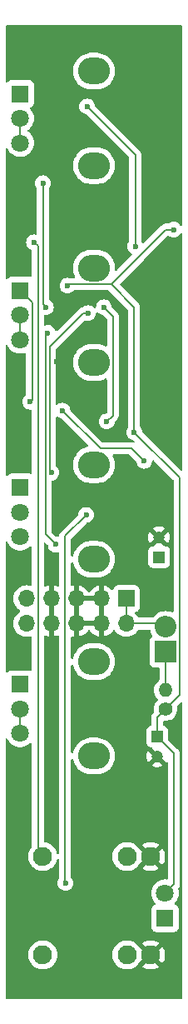
<source format=gbr>
%TF.GenerationSoftware,KiCad,Pcbnew,8.0.0*%
%TF.CreationDate,2024-06-15T01:22:53+02:00*%
%TF.ProjectId,feitw,66656974-772e-46b6-9963-61645f706362,rev?*%
%TF.SameCoordinates,Original*%
%TF.FileFunction,Copper,L1,Top*%
%TF.FilePolarity,Positive*%
%FSLAX46Y46*%
G04 Gerber Fmt 4.6, Leading zero omitted, Abs format (unit mm)*
G04 Created by KiCad (PCBNEW 8.0.0) date 2024-06-15 01:22:53*
%MOMM*%
%LPD*%
G01*
G04 APERTURE LIST*
%TA.AperFunction,ComponentPad*%
%ADD10O,1.700000X1.700000*%
%TD*%
%TA.AperFunction,ComponentPad*%
%ADD11R,1.700000X1.700000*%
%TD*%
%TA.AperFunction,ComponentPad*%
%ADD12O,3.240000X2.720000*%
%TD*%
%TA.AperFunction,ComponentPad*%
%ADD13R,1.800000X1.800000*%
%TD*%
%TA.AperFunction,ComponentPad*%
%ADD14C,1.800000*%
%TD*%
%TA.AperFunction,ComponentPad*%
%ADD15O,1.400000X1.400000*%
%TD*%
%TA.AperFunction,ComponentPad*%
%ADD16C,1.400000*%
%TD*%
%TA.AperFunction,ComponentPad*%
%ADD17C,1.930400*%
%TD*%
%TA.AperFunction,ComponentPad*%
%ADD18O,2.200000X2.200000*%
%TD*%
%TA.AperFunction,ComponentPad*%
%ADD19R,2.200000X2.200000*%
%TD*%
%TA.AperFunction,ComponentPad*%
%ADD20C,1.200000*%
%TD*%
%TA.AperFunction,ComponentPad*%
%ADD21R,1.200000X1.200000*%
%TD*%
%TA.AperFunction,ViaPad*%
%ADD22C,0.600000*%
%TD*%
%TA.AperFunction,Conductor*%
%ADD23C,0.200000*%
%TD*%
G04 APERTURE END LIST*
D10*
%TO.P,J2,10,-12V*%
%TO.N,unconnected-(J2--12V-Pad10)*%
X110300000Y-109590000D03*
%TO.P,J2,9,-12V*%
%TO.N,unconnected-(J2--12V-Pad9)*%
X110300000Y-107050000D03*
%TO.P,J2,8,GND*%
%TO.N,GND*%
X112840000Y-109590000D03*
%TO.P,J2,7,GND*%
X112840000Y-107050000D03*
%TO.P,J2,6,GND*%
X115380000Y-109590000D03*
%TO.P,J2,5,GND*%
X115380000Y-107050000D03*
%TO.P,J2,4,GND*%
X117920000Y-109590000D03*
%TO.P,J2,3,GND*%
X117920000Y-107050000D03*
%TO.P,J2,2,+12V*%
%TO.N,Net-(D1-A)*%
X120460000Y-109590000D03*
D11*
%TO.P,J2,1,+12V*%
X120460000Y-107050000D03*
%TD*%
D12*
%TO.P,RV4,*%
%TO.N,*%
X117160000Y-113450000D03*
X117160000Y-123050000D03*
D13*
%TO.P,RV4,1,1*%
%TO.N,Net-(R14-Pad2)*%
X109660000Y-115750000D03*
D14*
%TO.P,RV4,2,2*%
%TO.N,Net-(D8-K)*%
X109660000Y-118250000D03*
%TO.P,RV4,3,3*%
X109660000Y-120750000D03*
%TD*%
D12*
%TO.P,RV3,*%
%TO.N,*%
X117160000Y-93450000D03*
X117160000Y-103050000D03*
D13*
%TO.P,RV3,1,1*%
%TO.N,Net-(U1-DIS)*%
X109660000Y-95750000D03*
D14*
%TO.P,RV3,2,2*%
%TO.N,Net-(U2A-+)*%
X109660000Y-98250000D03*
%TO.P,RV3,3,3*%
%TO.N,Net-(R15-Pad1)*%
X109660000Y-100750000D03*
%TD*%
D12*
%TO.P,RV2,*%
%TO.N,*%
X117160000Y-73450000D03*
X117160000Y-83050000D03*
D13*
%TO.P,RV2,1,1*%
%TO.N,Net-(R13-Pad2)*%
X109660000Y-75750000D03*
D14*
%TO.P,RV2,2,2*%
%TO.N,Net-(D7-K)*%
X109660000Y-78250000D03*
%TO.P,RV2,3,3*%
X109660000Y-80750000D03*
%TD*%
D12*
%TO.P,RV1,*%
%TO.N,*%
X117160000Y-53450000D03*
X117160000Y-63050000D03*
D13*
%TO.P,RV1,1,1*%
%TO.N,Net-(R1-Pad2)*%
X109660000Y-55750000D03*
D14*
%TO.P,RV1,2,2*%
%TO.N,Net-(D6-A)*%
X109660000Y-58250000D03*
%TO.P,RV1,3,3*%
X109660000Y-60750000D03*
%TD*%
D15*
%TO.P,R3,2*%
%TO.N,Net-(D1-K)*%
X124460000Y-116355000D03*
D16*
%TO.P,R3,1*%
%TO.N,+12V*%
X124460000Y-118255000D03*
%TD*%
D17*
%TO.P,J3,TN*%
%TO.N,unconnected-(J3-PadTN)*%
X120512800Y-133250000D03*
%TO.P,J3,T*%
%TO.N,Net-(J3-PadT)*%
X111953000Y-133250000D03*
%TO.P,J3,S*%
%TO.N,GND*%
X122925800Y-133250000D03*
%TD*%
%TO.P,J1,TN*%
%TO.N,unconnected-(J1-PadTN)*%
X120512800Y-143250000D03*
%TO.P,J1,T*%
%TO.N,Net-(Q4-B)*%
X111953000Y-143250000D03*
%TO.P,J1,S*%
%TO.N,GND*%
X122925800Y-143250000D03*
%TD*%
D14*
%TO.P,D2,2,A*%
%TO.N,+12V*%
X124395000Y-136985000D03*
D13*
%TO.P,D2,1,K*%
%TO.N,Net-(D2-K)*%
X124395000Y-139525000D03*
%TD*%
D18*
%TO.P,D1,2,A*%
%TO.N,Net-(D1-A)*%
X124460000Y-109913532D03*
D19*
%TO.P,D1,1,K*%
%TO.N,Net-(D1-K)*%
X124460000Y-112453532D03*
%TD*%
D20*
%TO.P,C6,2*%
%TO.N,GND*%
X123787400Y-100822598D03*
D21*
%TO.P,C6,1*%
%TO.N,Net-(D6-K)*%
X123787400Y-102822598D03*
%TD*%
D20*
%TO.P,C2,2*%
%TO.N,GND*%
X123587400Y-123077398D03*
D21*
%TO.P,C2,1*%
%TO.N,+12V*%
X123587400Y-121077398D03*
%TD*%
D22*
%TO.N,GND*%
X124660000Y-67350000D03*
X109810000Y-82825000D03*
X109660000Y-92575000D03*
X122835000Y-98550000D03*
X110410000Y-103675000D03*
X110360000Y-111600000D03*
X112760000Y-112350000D03*
X111960000Y-51650000D03*
X121960000Y-56850000D03*
X114760000Y-64650000D03*
X116960000Y-80250000D03*
X120360000Y-75150000D03*
X123560000Y-73850000D03*
X123260000Y-80150000D03*
X122160000Y-86350000D03*
X123660000Y-89450000D03*
X115460000Y-91150000D03*
X113360000Y-82950000D03*
X108860000Y-124450000D03*
X112760000Y-122150000D03*
X120560000Y-118150000D03*
X120460000Y-102250000D03*
X122960000Y-106050000D03*
X117260000Y-96650000D03*
X109860000Y-72950000D03*
X116960000Y-70450000D03*
X125360000Y-84550000D03*
X120060000Y-86950000D03*
X114860000Y-85950000D03*
%TO.N,Net-(U2B--)*%
X114260000Y-135950000D03*
X116360000Y-98550000D03*
%TO.N,Net-(R13-Pad2)*%
X110660000Y-87050000D03*
X113960000Y-87950000D03*
X122260000Y-93050000D03*
%TO.N,Net-(D6-K)*%
X113260000Y-101550000D03*
X112460000Y-80050000D03*
%TO.N,Net-(U1-DIS)*%
X112835000Y-94250000D03*
X116560000Y-78050000D03*
%TO.N,Net-(Q1-C)*%
X118460000Y-89050000D03*
X118160000Y-77450000D03*
%TO.N,Net-(U1-Q)*%
X121360000Y-71250000D03*
X116460000Y-57050000D03*
%TO.N,Net-(J3-PadT)*%
X111060000Y-70850000D03*
%TO.N,Net-(D6-K)*%
X112260000Y-77450000D03*
X111960000Y-64850000D03*
%TO.N,+12V*%
X125260000Y-69550000D03*
X114460000Y-75250000D03*
X121260000Y-90150000D03*
%TD*%
D23*
%TO.N,Net-(U1-DIS)*%
X112660000Y-81450000D02*
X116060000Y-78050000D01*
X112660000Y-94075000D02*
X112660000Y-81450000D01*
X116060000Y-78050000D02*
X116560000Y-78050000D01*
X112835000Y-94250000D02*
X112660000Y-94075000D01*
%TO.N,Net-(U2B--)*%
X114360000Y-135950000D02*
X114260000Y-135850000D01*
X114260000Y-135950000D02*
X114360000Y-135950000D01*
X114260000Y-135850000D02*
X114260000Y-135950000D01*
X114230000Y-135820000D02*
X114260000Y-135850000D01*
X114230000Y-100680000D02*
X114230000Y-135820000D01*
X116360000Y-98550000D02*
X114230000Y-100680000D01*
%TO.N,Net-(D6-A)*%
X109660000Y-60750000D02*
X109660000Y-58250000D01*
%TO.N,Net-(R13-Pad2)*%
X110860000Y-76950000D02*
X109660000Y-75750000D01*
X110860000Y-86850000D02*
X110860000Y-76950000D01*
X110660000Y-87050000D02*
X110860000Y-86850000D01*
X117800000Y-91790000D02*
X113960000Y-87950000D01*
X121000000Y-91790000D02*
X117800000Y-91790000D01*
X122260000Y-93050000D02*
X121000000Y-91790000D01*
%TO.N,+12V*%
X114600000Y-75110000D02*
X118900000Y-75110000D01*
X114460000Y-75250000D02*
X114600000Y-75110000D01*
X121260000Y-90150000D02*
X121260000Y-77470000D01*
X118900000Y-75110000D02*
X124460000Y-69550000D01*
X121260000Y-77470000D02*
X118900000Y-75110000D01*
X124460000Y-69550000D02*
X125260000Y-69550000D01*
%TO.N,Net-(Q1-C)*%
X119080000Y-88430000D02*
X118460000Y-89050000D01*
X119080000Y-78370000D02*
X119080000Y-88430000D01*
X118160000Y-77450000D02*
X119080000Y-78370000D01*
%TO.N,Net-(D6-K)*%
X112235000Y-100525000D02*
X113260000Y-101550000D01*
X112460000Y-80050000D02*
X112235000Y-80275000D01*
X112235000Y-80275000D02*
X112235000Y-100525000D01*
%TO.N,Net-(U1-Q)*%
X121360000Y-61950000D02*
X121360000Y-71250000D01*
X116460000Y-57050000D02*
X121360000Y-61950000D01*
%TO.N,Net-(J3-PadT)*%
X111450000Y-132747000D02*
X111953000Y-133250000D01*
X111450000Y-71240000D02*
X111450000Y-132747000D01*
X111060000Y-70850000D02*
X111450000Y-71240000D01*
%TO.N,Net-(D6-K)*%
X112260000Y-77450000D02*
X112160000Y-77350000D01*
X111960000Y-77150000D02*
X112260000Y-77450000D01*
X111960000Y-64850000D02*
X111960000Y-77150000D01*
%TO.N,+12V*%
X125260000Y-69550000D02*
X125160000Y-69650000D01*
%TO.N,Net-(D7-K)*%
X109660000Y-78250000D02*
X109660000Y-80750000D01*
%TO.N,+12V*%
X125295000Y-136085000D02*
X125295000Y-122784998D01*
X124395000Y-136985000D02*
X125295000Y-136085000D01*
X125295000Y-122784998D02*
X123587400Y-121077398D01*
%TO.N,Net-(D8-K)*%
X109660000Y-119650000D02*
X109660000Y-120750000D01*
X109660000Y-118250000D02*
X109660000Y-119650000D01*
%TO.N,+12V*%
X125860000Y-94750000D02*
X121260000Y-90150000D01*
X124460000Y-118255000D02*
X125860000Y-116855000D01*
X125860000Y-116855000D02*
X125860000Y-94750000D01*
%TO.N,Net-(D1-K)*%
X124460000Y-112453532D02*
X124460000Y-116355000D01*
%TO.N,Net-(D1-A)*%
X124136468Y-109590000D02*
X124460000Y-109913532D01*
X120460000Y-109590000D02*
X124136468Y-109590000D01*
X120460000Y-107050000D02*
X120460000Y-109590000D01*
%TO.N,+12V*%
X123587400Y-119127600D02*
X124460000Y-118255000D01*
X123587400Y-121077398D02*
X123587400Y-119127600D01*
%TD*%
%TA.AperFunction,Conductor*%
%TO.N,GND*%
G36*
X118170000Y-110920633D02*
G01*
X118383483Y-110863433D01*
X118383492Y-110863429D01*
X118597578Y-110763600D01*
X118791082Y-110628105D01*
X118958105Y-110461082D01*
X119088119Y-110275405D01*
X119142696Y-110231781D01*
X119212195Y-110224588D01*
X119274549Y-110256110D01*
X119291269Y-110275405D01*
X119421505Y-110461401D01*
X119588599Y-110628495D01*
X119608445Y-110642391D01*
X119782165Y-110764032D01*
X119782167Y-110764033D01*
X119782170Y-110764035D01*
X119996337Y-110863903D01*
X120224592Y-110925063D01*
X120412918Y-110941539D01*
X120459999Y-110945659D01*
X120460000Y-110945659D01*
X120460001Y-110945659D01*
X120499234Y-110942226D01*
X120695408Y-110925063D01*
X120923663Y-110863903D01*
X121137830Y-110764035D01*
X121331401Y-110628495D01*
X121498495Y-110461401D01*
X121634035Y-110267830D01*
X121636707Y-110262097D01*
X121682878Y-110209658D01*
X121749091Y-110190500D01*
X122782762Y-110190500D01*
X122849801Y-110210185D01*
X122895556Y-110262989D01*
X122903336Y-110285553D01*
X122933126Y-110409642D01*
X123029533Y-110642391D01*
X123110520Y-110774548D01*
X123128765Y-110841994D01*
X123107649Y-110908596D01*
X123079105Y-110938604D01*
X123002452Y-110995987D01*
X122916206Y-111111196D01*
X122916202Y-111111203D01*
X122865908Y-111246049D01*
X122859501Y-111305648D01*
X122859500Y-111305667D01*
X122859500Y-113601402D01*
X122859501Y-113601408D01*
X122865908Y-113661015D01*
X122916202Y-113795860D01*
X122916206Y-113795867D01*
X123002452Y-113911076D01*
X123002455Y-113911079D01*
X123117664Y-113997325D01*
X123117671Y-113997329D01*
X123162618Y-114014093D01*
X123252517Y-114047623D01*
X123312127Y-114054032D01*
X123735500Y-114054031D01*
X123802539Y-114073715D01*
X123848294Y-114126519D01*
X123859500Y-114178031D01*
X123859500Y-115245754D01*
X123839815Y-115312793D01*
X123800778Y-115351181D01*
X123733436Y-115392877D01*
X123569020Y-115542761D01*
X123434943Y-115720308D01*
X123434938Y-115720316D01*
X123335775Y-115919461D01*
X123335769Y-115919476D01*
X123274885Y-116133462D01*
X123274884Y-116133464D01*
X123254357Y-116354999D01*
X123254357Y-116355000D01*
X123274884Y-116576535D01*
X123274885Y-116576537D01*
X123335769Y-116790523D01*
X123335775Y-116790538D01*
X123434938Y-116989683D01*
X123434943Y-116989691D01*
X123569021Y-117167238D01*
X123569026Y-117167243D01*
X123619617Y-117213364D01*
X123655898Y-117273076D01*
X123654137Y-117342923D01*
X123619617Y-117396636D01*
X123569026Y-117442756D01*
X123569021Y-117442761D01*
X123434943Y-117620308D01*
X123434938Y-117620316D01*
X123335775Y-117819461D01*
X123335769Y-117819476D01*
X123274885Y-118033462D01*
X123274884Y-118033464D01*
X123254357Y-118254999D01*
X123254357Y-118255000D01*
X123274885Y-118476537D01*
X123280270Y-118495463D01*
X123279683Y-118565330D01*
X123248687Y-118617077D01*
X123218686Y-118647078D01*
X123106881Y-118758882D01*
X123106879Y-118758884D01*
X123104039Y-118763804D01*
X123074726Y-118814577D01*
X123027823Y-118895815D01*
X122986899Y-119048543D01*
X122986899Y-119048545D01*
X122986899Y-119216646D01*
X122986900Y-119216659D01*
X122986900Y-119860421D01*
X122967215Y-119927460D01*
X122914411Y-119973215D01*
X122887265Y-119980664D01*
X122887468Y-119981522D01*
X122879920Y-119983305D01*
X122745071Y-120033600D01*
X122745064Y-120033604D01*
X122629855Y-120119850D01*
X122629852Y-120119853D01*
X122543606Y-120235062D01*
X122543602Y-120235069D01*
X122493308Y-120369915D01*
X122486901Y-120429514D01*
X122486901Y-120429521D01*
X122486900Y-120429533D01*
X122486900Y-121725268D01*
X122486901Y-121725274D01*
X122493308Y-121784881D01*
X122543602Y-121919726D01*
X122543606Y-121919733D01*
X122629852Y-122034942D01*
X122629855Y-122034945D01*
X122745064Y-122121191D01*
X122745071Y-122121195D01*
X122879916Y-122171489D01*
X122905819Y-122174273D01*
X122939527Y-122177898D01*
X122990092Y-122177897D01*
X123057129Y-122197580D01*
X123077772Y-122214216D01*
X123587400Y-122723845D01*
X123646098Y-122782543D01*
X123626896Y-122777398D01*
X123547904Y-122777398D01*
X123471604Y-122797842D01*
X123403195Y-122837338D01*
X123347340Y-122893193D01*
X123307844Y-122961602D01*
X123287400Y-123037902D01*
X123287400Y-123116894D01*
X123307844Y-123193194D01*
X123347340Y-123261603D01*
X123403195Y-123317458D01*
X123471604Y-123356954D01*
X123547904Y-123377398D01*
X123626896Y-123377398D01*
X123703196Y-123356954D01*
X123771605Y-123317458D01*
X123827460Y-123261603D01*
X123866956Y-123193194D01*
X123887400Y-123116894D01*
X123887400Y-123037902D01*
X123882254Y-123018699D01*
X124524865Y-123661310D01*
X124561927Y-123658742D01*
X124630167Y-123673744D01*
X124679463Y-123723259D01*
X124694500Y-123782445D01*
X124694500Y-135468705D01*
X124674815Y-135535744D01*
X124622011Y-135581499D01*
X124552853Y-135591443D01*
X124550093Y-135591014D01*
X124511051Y-135584500D01*
X124511049Y-135584500D01*
X124278951Y-135584500D01*
X124239915Y-135591014D01*
X124050015Y-135622702D01*
X123830504Y-135698061D01*
X123830495Y-135698064D01*
X123626371Y-135808531D01*
X123626365Y-135808535D01*
X123443222Y-135951081D01*
X123443219Y-135951084D01*
X123286016Y-136121852D01*
X123159075Y-136316151D01*
X123065842Y-136528699D01*
X123008866Y-136753691D01*
X123008864Y-136753702D01*
X122989700Y-136984993D01*
X122989700Y-136985006D01*
X123008864Y-137216297D01*
X123008866Y-137216308D01*
X123065842Y-137441300D01*
X123159075Y-137653848D01*
X123286016Y-137848147D01*
X123286019Y-137848151D01*
X123286021Y-137848153D01*
X123380803Y-137951114D01*
X123411724Y-138013767D01*
X123403864Y-138083193D01*
X123359716Y-138137348D01*
X123332906Y-138151277D01*
X123252669Y-138181203D01*
X123252664Y-138181206D01*
X123137455Y-138267452D01*
X123137452Y-138267455D01*
X123051206Y-138382664D01*
X123051202Y-138382671D01*
X123000908Y-138517517D01*
X122994501Y-138577116D01*
X122994501Y-138577123D01*
X122994500Y-138577135D01*
X122994500Y-140472870D01*
X122994501Y-140472876D01*
X123000908Y-140532483D01*
X123051202Y-140667328D01*
X123051206Y-140667335D01*
X123137452Y-140782544D01*
X123137455Y-140782547D01*
X123252664Y-140868793D01*
X123252671Y-140868797D01*
X123387517Y-140919091D01*
X123387516Y-140919091D01*
X123394444Y-140919835D01*
X123447127Y-140925500D01*
X125342872Y-140925499D01*
X125402483Y-140919091D01*
X125537331Y-140868796D01*
X125652546Y-140782546D01*
X125738796Y-140667331D01*
X125789091Y-140532483D01*
X125795500Y-140472873D01*
X125795499Y-138577128D01*
X125789091Y-138517517D01*
X125738796Y-138382669D01*
X125738795Y-138382668D01*
X125738793Y-138382664D01*
X125652547Y-138267455D01*
X125652544Y-138267452D01*
X125537335Y-138181206D01*
X125537328Y-138181202D01*
X125457094Y-138151277D01*
X125401160Y-138109406D01*
X125376743Y-138043941D01*
X125391595Y-137975668D01*
X125409190Y-137951121D01*
X125503979Y-137848153D01*
X125630924Y-137653849D01*
X125724157Y-137441300D01*
X125781134Y-137216305D01*
X125800300Y-136985000D01*
X125800300Y-136984993D01*
X125781135Y-136753702D01*
X125781131Y-136753682D01*
X125736680Y-136578153D01*
X125739304Y-136508333D01*
X125769207Y-136460027D01*
X125775520Y-136453716D01*
X125825639Y-136366904D01*
X125854577Y-136316785D01*
X125895500Y-136164058D01*
X125895500Y-136005943D01*
X125895500Y-122705941D01*
X125854577Y-122553214D01*
X125854577Y-122553213D01*
X125854577Y-122553212D01*
X125825639Y-122503093D01*
X125825637Y-122503090D01*
X125821452Y-122495841D01*
X125775520Y-122416282D01*
X125663716Y-122304478D01*
X125663715Y-122304477D01*
X125659385Y-122300147D01*
X125659374Y-122300137D01*
X124724218Y-121364981D01*
X124690733Y-121303658D01*
X124687899Y-121277300D01*
X124687899Y-120429527D01*
X124687898Y-120429521D01*
X124687897Y-120429514D01*
X124681491Y-120369915D01*
X124631196Y-120235067D01*
X124631195Y-120235066D01*
X124631193Y-120235062D01*
X124544947Y-120119853D01*
X124544944Y-120119850D01*
X124429735Y-120033604D01*
X124429728Y-120033600D01*
X124294882Y-119983306D01*
X124287338Y-119981524D01*
X124287874Y-119979251D01*
X124234088Y-119956969D01*
X124194243Y-119899575D01*
X124187900Y-119860422D01*
X124187900Y-119574758D01*
X124207585Y-119507719D01*
X124260389Y-119461964D01*
X124329547Y-119452020D01*
X124334657Y-119452864D01*
X124348757Y-119455500D01*
X124348760Y-119455500D01*
X124571241Y-119455500D01*
X124571243Y-119455500D01*
X124789940Y-119414618D01*
X124997401Y-119334247D01*
X125186562Y-119217124D01*
X125350981Y-119067236D01*
X125485058Y-118889689D01*
X125584229Y-118690528D01*
X125645115Y-118476536D01*
X125665643Y-118255000D01*
X125645115Y-118033464D01*
X125639729Y-118014534D01*
X125640315Y-117944669D01*
X125671312Y-117892921D01*
X125957820Y-117606414D01*
X126019142Y-117572930D01*
X126088834Y-117577914D01*
X126144767Y-117619786D01*
X126169184Y-117685250D01*
X126169500Y-117694096D01*
X126169500Y-147575500D01*
X126149815Y-147642539D01*
X126097011Y-147688294D01*
X126045500Y-147699500D01*
X108274500Y-147699500D01*
X108207461Y-147679815D01*
X108161706Y-147627011D01*
X108150500Y-147575500D01*
X108150500Y-143250005D01*
X110482277Y-143250005D01*
X110502335Y-143492069D01*
X110561965Y-143727543D01*
X110659537Y-143949986D01*
X110792390Y-144153334D01*
X110792393Y-144153337D01*
X110956906Y-144332046D01*
X110956909Y-144332048D01*
X110956912Y-144332051D01*
X111148582Y-144481234D01*
X111148588Y-144481238D01*
X111148591Y-144481240D01*
X111323873Y-144576098D01*
X111361372Y-144596392D01*
X111362217Y-144596849D01*
X111591959Y-144675719D01*
X111831549Y-144715700D01*
X111831550Y-144715700D01*
X112074450Y-144715700D01*
X112074451Y-144715700D01*
X112314041Y-144675719D01*
X112543783Y-144596849D01*
X112757409Y-144481240D01*
X112757944Y-144480824D01*
X112821776Y-144431140D01*
X112949094Y-144332046D01*
X113113607Y-144153337D01*
X113246462Y-143949987D01*
X113344035Y-143727543D01*
X113403664Y-143492073D01*
X113423723Y-143250005D01*
X119042077Y-143250005D01*
X119062135Y-143492069D01*
X119121765Y-143727543D01*
X119219337Y-143949986D01*
X119352190Y-144153334D01*
X119352193Y-144153337D01*
X119516706Y-144332046D01*
X119516709Y-144332048D01*
X119516712Y-144332051D01*
X119708382Y-144481234D01*
X119708388Y-144481238D01*
X119708391Y-144481240D01*
X119883673Y-144576098D01*
X119921172Y-144596392D01*
X119922017Y-144596849D01*
X120151759Y-144675719D01*
X120391349Y-144715700D01*
X120391350Y-144715700D01*
X120634250Y-144715700D01*
X120634251Y-144715700D01*
X120873841Y-144675719D01*
X121103583Y-144596849D01*
X121317209Y-144481240D01*
X121317744Y-144480824D01*
X121381576Y-144431140D01*
X121508894Y-144332046D01*
X121673407Y-144153337D01*
X121674847Y-144151132D01*
X121690977Y-144131269D01*
X122488152Y-143334094D01*
X122511592Y-143421571D01*
X122570111Y-143522930D01*
X122652870Y-143605689D01*
X122754229Y-143664208D01*
X122841705Y-143687647D01*
X122080540Y-144448811D01*
X122121667Y-144480822D01*
X122121670Y-144480824D01*
X122335212Y-144596386D01*
X122335226Y-144596392D01*
X122564879Y-144675233D01*
X122804390Y-144715200D01*
X123047210Y-144715200D01*
X123286720Y-144675233D01*
X123516373Y-144596392D01*
X123516387Y-144596386D01*
X123729931Y-144480823D01*
X123729937Y-144480818D01*
X123771058Y-144448812D01*
X123771059Y-144448811D01*
X123009894Y-143687647D01*
X123097371Y-143664208D01*
X123198730Y-143605689D01*
X123281489Y-143522930D01*
X123340008Y-143421571D01*
X123363447Y-143334094D01*
X124124092Y-144094740D01*
X124218821Y-143949749D01*
X124316361Y-143727378D01*
X124375969Y-143491994D01*
X124375971Y-143491982D01*
X124396022Y-143250005D01*
X124396022Y-143249994D01*
X124375971Y-143008017D01*
X124375969Y-143008005D01*
X124316361Y-142772621D01*
X124218823Y-142550255D01*
X124124092Y-142405258D01*
X123363447Y-143165904D01*
X123340008Y-143078429D01*
X123281489Y-142977070D01*
X123198730Y-142894311D01*
X123097371Y-142835792D01*
X123009894Y-142812352D01*
X123771058Y-142051187D01*
X123771058Y-142051185D01*
X123729943Y-142019184D01*
X123729932Y-142019177D01*
X123516387Y-141903613D01*
X123516373Y-141903607D01*
X123286720Y-141824766D01*
X123047210Y-141784800D01*
X122804390Y-141784800D01*
X122564879Y-141824766D01*
X122335226Y-141903607D01*
X122335212Y-141903613D01*
X122121668Y-142019177D01*
X122121665Y-142019179D01*
X122080539Y-142051187D01*
X122841705Y-142812352D01*
X122754229Y-142835792D01*
X122652870Y-142894311D01*
X122570111Y-142977070D01*
X122511592Y-143078429D01*
X122488152Y-143165904D01*
X121690973Y-142368725D01*
X121674848Y-142348869D01*
X121673407Y-142346663D01*
X121508894Y-142167954D01*
X121508889Y-142167950D01*
X121508887Y-142167948D01*
X121317217Y-142018765D01*
X121317211Y-142018761D01*
X121103584Y-141903151D01*
X121103579Y-141903149D01*
X120873843Y-141824281D01*
X120714114Y-141797627D01*
X120634251Y-141784300D01*
X120391349Y-141784300D01*
X120331451Y-141794295D01*
X120151756Y-141824281D01*
X119922020Y-141903149D01*
X119922015Y-141903151D01*
X119708388Y-142018761D01*
X119708382Y-142018765D01*
X119516712Y-142167948D01*
X119516709Y-142167951D01*
X119352190Y-142346665D01*
X119219337Y-142550013D01*
X119121765Y-142772456D01*
X119062135Y-143007930D01*
X119042077Y-143249994D01*
X119042077Y-143250005D01*
X113423723Y-143250005D01*
X113423723Y-143250000D01*
X113403664Y-143007927D01*
X113344035Y-142772457D01*
X113246462Y-142550013D01*
X113115046Y-142348865D01*
X113113609Y-142346665D01*
X113094901Y-142326343D01*
X112949094Y-142167954D01*
X112949089Y-142167950D01*
X112949087Y-142167948D01*
X112757417Y-142018765D01*
X112757411Y-142018761D01*
X112543784Y-141903151D01*
X112543779Y-141903149D01*
X112314043Y-141824281D01*
X112154314Y-141797627D01*
X112074451Y-141784300D01*
X111831549Y-141784300D01*
X111771651Y-141794295D01*
X111591956Y-141824281D01*
X111362220Y-141903149D01*
X111362215Y-141903151D01*
X111148588Y-142018761D01*
X111148582Y-142018765D01*
X110956912Y-142167948D01*
X110956909Y-142167951D01*
X110792390Y-142346665D01*
X110659537Y-142550013D01*
X110561965Y-142772456D01*
X110502335Y-143007930D01*
X110482277Y-143249994D01*
X110482277Y-143250005D01*
X108150500Y-143250005D01*
X108150500Y-121386542D01*
X108170185Y-121319503D01*
X108222989Y-121273748D01*
X108292147Y-121263804D01*
X108355703Y-121292829D01*
X108388056Y-121336732D01*
X108424075Y-121418848D01*
X108551016Y-121613147D01*
X108551019Y-121613151D01*
X108551021Y-121613153D01*
X108708216Y-121783913D01*
X108708219Y-121783915D01*
X108708222Y-121783918D01*
X108891365Y-121926464D01*
X108891371Y-121926468D01*
X108891374Y-121926470D01*
X109095497Y-122036936D01*
X109209487Y-122076068D01*
X109315015Y-122112297D01*
X109315017Y-122112297D01*
X109315019Y-122112298D01*
X109543951Y-122150500D01*
X109543952Y-122150500D01*
X109776048Y-122150500D01*
X109776049Y-122150500D01*
X110004981Y-122112298D01*
X110224503Y-122036936D01*
X110428626Y-121926470D01*
X110611784Y-121783913D01*
X110634270Y-121759486D01*
X110694155Y-121723495D01*
X110763993Y-121725594D01*
X110821610Y-121765117D01*
X110848713Y-121829516D01*
X110849500Y-121843468D01*
X110849500Y-132236243D01*
X110829815Y-132303282D01*
X110816733Y-132320222D01*
X110792393Y-132346663D01*
X110792391Y-132346664D01*
X110792388Y-132346669D01*
X110659537Y-132550013D01*
X110561965Y-132772456D01*
X110502335Y-133007930D01*
X110482277Y-133249994D01*
X110482277Y-133250005D01*
X110502335Y-133492069D01*
X110561965Y-133727543D01*
X110659537Y-133949986D01*
X110792390Y-134153334D01*
X110792393Y-134153337D01*
X110956906Y-134332046D01*
X110956909Y-134332048D01*
X110956912Y-134332051D01*
X111148582Y-134481234D01*
X111148588Y-134481238D01*
X111148591Y-134481240D01*
X111323873Y-134576098D01*
X111361372Y-134596392D01*
X111362217Y-134596849D01*
X111591959Y-134675719D01*
X111831549Y-134715700D01*
X111831550Y-134715700D01*
X112074450Y-134715700D01*
X112074451Y-134715700D01*
X112314041Y-134675719D01*
X112543783Y-134596849D01*
X112757409Y-134481240D01*
X112757944Y-134480824D01*
X112821776Y-134431140D01*
X112949094Y-134332046D01*
X113113607Y-134153337D01*
X113246462Y-133949987D01*
X113344035Y-133727543D01*
X113385294Y-133564613D01*
X113420834Y-133504458D01*
X113483254Y-133473066D01*
X113552737Y-133480404D01*
X113607223Y-133524143D01*
X113629412Y-133590395D01*
X113629500Y-133595054D01*
X113629500Y-135413101D01*
X113610494Y-135479073D01*
X113534211Y-135600477D01*
X113534209Y-135600481D01*
X113474633Y-135770737D01*
X113474630Y-135770750D01*
X113454435Y-135949996D01*
X113454435Y-135950003D01*
X113474630Y-136129249D01*
X113474631Y-136129254D01*
X113534211Y-136299523D01*
X113545057Y-136316784D01*
X113630184Y-136452262D01*
X113757738Y-136579816D01*
X113910478Y-136675789D01*
X114080745Y-136735368D01*
X114080750Y-136735369D01*
X114259996Y-136755565D01*
X114260000Y-136755565D01*
X114260004Y-136755565D01*
X114439249Y-136735369D01*
X114439252Y-136735368D01*
X114439255Y-136735368D01*
X114609522Y-136675789D01*
X114762262Y-136579816D01*
X114889816Y-136452262D01*
X114985789Y-136299522D01*
X115045368Y-136129255D01*
X115065443Y-135951084D01*
X115065565Y-135950003D01*
X115065565Y-135949996D01*
X115045369Y-135770750D01*
X115045368Y-135770745D01*
X115019935Y-135698061D01*
X114985789Y-135600478D01*
X114979842Y-135591014D01*
X114902990Y-135468705D01*
X114889816Y-135447738D01*
X114866819Y-135424741D01*
X114833334Y-135363418D01*
X114830500Y-135337060D01*
X114830500Y-133250005D01*
X119042077Y-133250005D01*
X119062135Y-133492069D01*
X119121765Y-133727543D01*
X119219337Y-133949986D01*
X119352190Y-134153334D01*
X119352193Y-134153337D01*
X119516706Y-134332046D01*
X119516709Y-134332048D01*
X119516712Y-134332051D01*
X119708382Y-134481234D01*
X119708388Y-134481238D01*
X119708391Y-134481240D01*
X119883673Y-134576098D01*
X119921172Y-134596392D01*
X119922017Y-134596849D01*
X120151759Y-134675719D01*
X120391349Y-134715700D01*
X120391350Y-134715700D01*
X120634250Y-134715700D01*
X120634251Y-134715700D01*
X120873841Y-134675719D01*
X121103583Y-134596849D01*
X121317209Y-134481240D01*
X121317744Y-134480824D01*
X121381576Y-134431140D01*
X121508894Y-134332046D01*
X121673407Y-134153337D01*
X121674847Y-134151132D01*
X121690977Y-134131269D01*
X122488152Y-133334094D01*
X122511592Y-133421571D01*
X122570111Y-133522930D01*
X122652870Y-133605689D01*
X122754229Y-133664208D01*
X122841705Y-133687647D01*
X122080540Y-134448811D01*
X122121667Y-134480822D01*
X122121670Y-134480824D01*
X122335212Y-134596386D01*
X122335226Y-134596392D01*
X122564879Y-134675233D01*
X122804390Y-134715200D01*
X123047210Y-134715200D01*
X123286720Y-134675233D01*
X123516373Y-134596392D01*
X123516387Y-134596386D01*
X123729931Y-134480823D01*
X123729937Y-134480818D01*
X123771058Y-134448812D01*
X123771059Y-134448811D01*
X123009894Y-133687647D01*
X123097371Y-133664208D01*
X123198730Y-133605689D01*
X123281489Y-133522930D01*
X123340008Y-133421571D01*
X123363447Y-133334094D01*
X124124092Y-134094740D01*
X124218821Y-133949749D01*
X124316361Y-133727378D01*
X124375969Y-133491994D01*
X124375971Y-133491982D01*
X124396022Y-133250005D01*
X124396022Y-133249994D01*
X124375971Y-133008017D01*
X124375969Y-133008005D01*
X124316361Y-132772621D01*
X124218823Y-132550255D01*
X124124092Y-132405258D01*
X123363447Y-133165904D01*
X123340008Y-133078429D01*
X123281489Y-132977070D01*
X123198730Y-132894311D01*
X123097371Y-132835792D01*
X123009894Y-132812352D01*
X123771058Y-132051187D01*
X123771058Y-132051185D01*
X123729943Y-132019184D01*
X123729932Y-132019177D01*
X123516387Y-131903613D01*
X123516373Y-131903607D01*
X123286720Y-131824766D01*
X123047210Y-131784800D01*
X122804390Y-131784800D01*
X122564879Y-131824766D01*
X122335226Y-131903607D01*
X122335212Y-131903613D01*
X122121668Y-132019177D01*
X122121665Y-132019179D01*
X122080539Y-132051187D01*
X122841705Y-132812352D01*
X122754229Y-132835792D01*
X122652870Y-132894311D01*
X122570111Y-132977070D01*
X122511592Y-133078429D01*
X122488152Y-133165904D01*
X121690973Y-132368725D01*
X121674848Y-132348869D01*
X121673407Y-132346663D01*
X121508894Y-132167954D01*
X121508889Y-132167950D01*
X121508887Y-132167948D01*
X121317217Y-132018765D01*
X121317211Y-132018761D01*
X121103584Y-131903151D01*
X121103579Y-131903149D01*
X120873843Y-131824281D01*
X120713887Y-131797589D01*
X120634251Y-131784300D01*
X120391349Y-131784300D01*
X120331451Y-131794295D01*
X120151756Y-131824281D01*
X119922020Y-131903149D01*
X119922015Y-131903151D01*
X119708388Y-132018761D01*
X119708382Y-132018765D01*
X119516712Y-132167948D01*
X119516709Y-132167951D01*
X119352190Y-132346665D01*
X119219337Y-132550013D01*
X119121765Y-132772456D01*
X119062135Y-133007930D01*
X119042077Y-133249994D01*
X119042077Y-133250005D01*
X114830500Y-133250005D01*
X114830500Y-123456810D01*
X114850185Y-123389771D01*
X114902989Y-123344016D01*
X114972147Y-123334072D01*
X115035703Y-123363097D01*
X115073477Y-123421875D01*
X115074256Y-123424652D01*
X115134456Y-123649320D01*
X115134459Y-123649330D01*
X115227786Y-123874640D01*
X115227791Y-123874651D01*
X115349727Y-124085848D01*
X115349738Y-124085864D01*
X115498199Y-124279343D01*
X115498205Y-124279350D01*
X115670649Y-124451794D01*
X115670655Y-124451799D01*
X115864144Y-124600268D01*
X115864151Y-124600272D01*
X116075348Y-124722208D01*
X116075353Y-124722210D01*
X116075356Y-124722212D01*
X116300679Y-124815544D01*
X116536256Y-124878666D01*
X116778056Y-124910500D01*
X116778063Y-124910500D01*
X117541937Y-124910500D01*
X117541944Y-124910500D01*
X117783744Y-124878666D01*
X118019321Y-124815544D01*
X118244644Y-124722212D01*
X118455856Y-124600268D01*
X118649345Y-124451799D01*
X118821799Y-124279345D01*
X118970268Y-124085856D01*
X119013118Y-124011638D01*
X123006711Y-124011638D01*
X123094985Y-124066295D01*
X123285078Y-124139937D01*
X123485472Y-124177398D01*
X123689328Y-124177398D01*
X123889722Y-124139937D01*
X124079812Y-124066297D01*
X124079816Y-124066295D01*
X124168086Y-124011639D01*
X124168086Y-124011638D01*
X123587401Y-123430951D01*
X123587400Y-123430951D01*
X123006711Y-124011638D01*
X119013118Y-124011638D01*
X119092212Y-123874644D01*
X119185544Y-123649321D01*
X119248666Y-123413744D01*
X119280500Y-123171944D01*
X119280500Y-123077398D01*
X122482687Y-123077398D01*
X122501496Y-123280387D01*
X122501497Y-123280390D01*
X122557283Y-123476461D01*
X122557286Y-123476467D01*
X122648151Y-123658949D01*
X122649933Y-123661309D01*
X123233846Y-123077398D01*
X123233846Y-123077397D01*
X122649933Y-122493485D01*
X122648155Y-122495840D01*
X122648154Y-122495841D01*
X122557286Y-122678328D01*
X122557283Y-122678334D01*
X122501497Y-122874405D01*
X122501496Y-122874408D01*
X122482687Y-123077397D01*
X122482687Y-123077398D01*
X119280500Y-123077398D01*
X119280500Y-122928056D01*
X119248666Y-122686256D01*
X119185544Y-122450679D01*
X119092212Y-122225356D01*
X119092210Y-122225353D01*
X119092208Y-122225348D01*
X118970272Y-122014151D01*
X118970268Y-122014144D01*
X118821799Y-121820655D01*
X118821794Y-121820649D01*
X118649350Y-121648205D01*
X118649343Y-121648199D01*
X118455864Y-121499738D01*
X118455862Y-121499736D01*
X118455856Y-121499732D01*
X118455851Y-121499729D01*
X118455848Y-121499727D01*
X118244651Y-121377791D01*
X118244640Y-121377786D01*
X118019330Y-121284459D01*
X118019323Y-121284457D01*
X118019321Y-121284456D01*
X117783744Y-121221334D01*
X117743333Y-121216013D01*
X117541951Y-121189500D01*
X117541944Y-121189500D01*
X116778056Y-121189500D01*
X116778048Y-121189500D01*
X116547896Y-121219801D01*
X116536256Y-121221334D01*
X116377754Y-121263804D01*
X116300679Y-121284456D01*
X116300669Y-121284459D01*
X116075359Y-121377786D01*
X116075348Y-121377791D01*
X115864151Y-121499727D01*
X115864135Y-121499738D01*
X115670656Y-121648199D01*
X115670649Y-121648205D01*
X115498205Y-121820649D01*
X115498199Y-121820656D01*
X115349738Y-122014135D01*
X115349727Y-122014151D01*
X115227791Y-122225348D01*
X115227786Y-122225359D01*
X115134459Y-122450669D01*
X115134456Y-122450679D01*
X115074274Y-122675283D01*
X115037910Y-122734943D01*
X114975063Y-122765472D01*
X114905688Y-122757177D01*
X114851810Y-122712692D01*
X114830535Y-122646140D01*
X114830500Y-122643189D01*
X114830500Y-113856810D01*
X114850185Y-113789771D01*
X114902989Y-113744016D01*
X114972147Y-113734072D01*
X115035703Y-113763097D01*
X115073477Y-113821875D01*
X115074256Y-113824652D01*
X115134001Y-114047623D01*
X115134456Y-114049320D01*
X115134459Y-114049330D01*
X115227786Y-114274640D01*
X115227791Y-114274651D01*
X115349727Y-114485848D01*
X115349738Y-114485864D01*
X115498199Y-114679343D01*
X115498205Y-114679350D01*
X115670649Y-114851794D01*
X115670655Y-114851799D01*
X115864144Y-115000268D01*
X115864151Y-115000272D01*
X116075348Y-115122208D01*
X116075353Y-115122210D01*
X116075356Y-115122212D01*
X116300679Y-115215544D01*
X116536256Y-115278666D01*
X116778056Y-115310500D01*
X116778063Y-115310500D01*
X117541937Y-115310500D01*
X117541944Y-115310500D01*
X117783744Y-115278666D01*
X118019321Y-115215544D01*
X118244644Y-115122212D01*
X118455856Y-115000268D01*
X118649345Y-114851799D01*
X118821799Y-114679345D01*
X118970268Y-114485856D01*
X119092212Y-114274644D01*
X119185544Y-114049321D01*
X119248666Y-113813744D01*
X119280500Y-113571944D01*
X119280500Y-113328056D01*
X119248666Y-113086256D01*
X119185544Y-112850679D01*
X119092212Y-112625356D01*
X119092210Y-112625353D01*
X119092208Y-112625348D01*
X118970272Y-112414151D01*
X118970268Y-112414144D01*
X118821799Y-112220655D01*
X118821794Y-112220649D01*
X118649350Y-112048205D01*
X118649343Y-112048199D01*
X118455864Y-111899738D01*
X118455862Y-111899736D01*
X118455856Y-111899732D01*
X118455851Y-111899729D01*
X118455848Y-111899727D01*
X118244651Y-111777791D01*
X118244640Y-111777786D01*
X118019330Y-111684459D01*
X118019323Y-111684457D01*
X118019321Y-111684456D01*
X117783744Y-111621334D01*
X117743333Y-111616013D01*
X117541951Y-111589500D01*
X117541944Y-111589500D01*
X116778056Y-111589500D01*
X116778048Y-111589500D01*
X116547896Y-111619801D01*
X116536256Y-111621334D01*
X116300679Y-111684456D01*
X116300669Y-111684459D01*
X116075359Y-111777786D01*
X116075348Y-111777791D01*
X115864151Y-111899727D01*
X115864135Y-111899738D01*
X115670656Y-112048199D01*
X115670649Y-112048205D01*
X115498205Y-112220649D01*
X115498199Y-112220656D01*
X115349738Y-112414135D01*
X115349727Y-112414151D01*
X115227791Y-112625348D01*
X115227786Y-112625359D01*
X115134459Y-112850669D01*
X115134456Y-112850679D01*
X115074274Y-113075283D01*
X115037910Y-113134943D01*
X114975063Y-113165472D01*
X114905688Y-113157177D01*
X114851810Y-113112692D01*
X114830535Y-113046140D01*
X114830500Y-113043189D01*
X114830500Y-111001984D01*
X114850185Y-110934945D01*
X114902989Y-110889190D01*
X114972147Y-110879246D01*
X114986593Y-110882209D01*
X115130000Y-110920634D01*
X115130000Y-110023012D01*
X115187007Y-110055925D01*
X115314174Y-110090000D01*
X115445826Y-110090000D01*
X115572993Y-110055925D01*
X115630000Y-110023012D01*
X115630000Y-110920633D01*
X115843483Y-110863433D01*
X115843492Y-110863429D01*
X116057578Y-110763600D01*
X116251082Y-110628105D01*
X116418105Y-110461082D01*
X116548425Y-110274968D01*
X116603002Y-110231344D01*
X116672501Y-110224151D01*
X116734855Y-110255673D01*
X116751575Y-110274968D01*
X116881894Y-110461082D01*
X117048917Y-110628105D01*
X117242421Y-110763600D01*
X117456507Y-110863429D01*
X117456516Y-110863433D01*
X117670000Y-110920634D01*
X117670000Y-110023012D01*
X117727007Y-110055925D01*
X117854174Y-110090000D01*
X117985826Y-110090000D01*
X118112993Y-110055925D01*
X118170000Y-110023012D01*
X118170000Y-110920633D01*
G37*
%TD.AperFunction*%
%TA.AperFunction,Conductor*%
G36*
X113090000Y-110920633D02*
G01*
X113303483Y-110863433D01*
X113303492Y-110863429D01*
X113453095Y-110793669D01*
X113522173Y-110783177D01*
X113585957Y-110811697D01*
X113624196Y-110870173D01*
X113629500Y-110906051D01*
X113629500Y-132904945D01*
X113609815Y-132971984D01*
X113557011Y-133017739D01*
X113487853Y-133027683D01*
X113424297Y-132998658D01*
X113386523Y-132939880D01*
X113385294Y-132935385D01*
X113375433Y-132896447D01*
X113344035Y-132772457D01*
X113246462Y-132550013D01*
X113115046Y-132348865D01*
X113113609Y-132346665D01*
X113011958Y-132236243D01*
X112949094Y-132167954D01*
X112949089Y-132167950D01*
X112949087Y-132167948D01*
X112757417Y-132018765D01*
X112757411Y-132018761D01*
X112543784Y-131903151D01*
X112543779Y-131903149D01*
X112314043Y-131824281D01*
X112154090Y-131797589D01*
X112091205Y-131767138D01*
X112054765Y-131707523D01*
X112050500Y-131675280D01*
X112050500Y-110906051D01*
X112070185Y-110839012D01*
X112122989Y-110793257D01*
X112192147Y-110783313D01*
X112226905Y-110793669D01*
X112376507Y-110863429D01*
X112376516Y-110863433D01*
X112590000Y-110920634D01*
X112590000Y-110023012D01*
X112647007Y-110055925D01*
X112774174Y-110090000D01*
X112905826Y-110090000D01*
X113032993Y-110055925D01*
X113090000Y-110023012D01*
X113090000Y-110920633D01*
G37*
%TD.AperFunction*%
%TA.AperFunction,Conductor*%
G36*
X108355703Y-101292829D02*
G01*
X108388056Y-101336732D01*
X108424075Y-101418848D01*
X108551016Y-101613147D01*
X108551019Y-101613151D01*
X108551021Y-101613153D01*
X108708216Y-101783913D01*
X108708219Y-101783915D01*
X108708222Y-101783918D01*
X108891365Y-101926464D01*
X108891371Y-101926468D01*
X108891374Y-101926470D01*
X109095497Y-102036936D01*
X109209487Y-102076068D01*
X109315015Y-102112297D01*
X109315017Y-102112297D01*
X109315019Y-102112298D01*
X109543951Y-102150500D01*
X109543952Y-102150500D01*
X109776048Y-102150500D01*
X109776049Y-102150500D01*
X110004981Y-102112298D01*
X110224503Y-102036936D01*
X110428626Y-101926470D01*
X110611784Y-101783913D01*
X110634270Y-101759486D01*
X110694155Y-101723495D01*
X110763993Y-101725594D01*
X110821610Y-101765117D01*
X110848713Y-101829516D01*
X110849500Y-101843468D01*
X110849500Y-105637496D01*
X110829815Y-105704535D01*
X110777011Y-105750290D01*
X110707853Y-105760234D01*
X110693408Y-105757271D01*
X110535416Y-105714939D01*
X110535412Y-105714938D01*
X110535408Y-105714937D01*
X110535406Y-105714936D01*
X110535403Y-105714936D01*
X110300001Y-105694341D01*
X110299999Y-105694341D01*
X110064596Y-105714936D01*
X110064586Y-105714938D01*
X109836344Y-105776094D01*
X109836335Y-105776098D01*
X109622171Y-105875964D01*
X109622169Y-105875965D01*
X109428597Y-106011505D01*
X109261505Y-106178597D01*
X109125965Y-106372169D01*
X109125964Y-106372171D01*
X109026098Y-106586335D01*
X109026094Y-106586344D01*
X108964938Y-106814586D01*
X108964936Y-106814596D01*
X108944341Y-107049999D01*
X108944341Y-107050000D01*
X108964936Y-107285403D01*
X108964938Y-107285413D01*
X109026094Y-107513655D01*
X109026096Y-107513659D01*
X109026097Y-107513663D01*
X109105597Y-107684151D01*
X109125965Y-107727830D01*
X109125967Y-107727834D01*
X109261501Y-107921395D01*
X109261506Y-107921402D01*
X109428597Y-108088493D01*
X109428603Y-108088498D01*
X109614158Y-108218425D01*
X109657783Y-108273002D01*
X109664977Y-108342500D01*
X109633454Y-108404855D01*
X109614158Y-108421575D01*
X109428597Y-108551505D01*
X109261505Y-108718597D01*
X109125965Y-108912169D01*
X109125964Y-108912171D01*
X109026098Y-109126335D01*
X109026094Y-109126344D01*
X108964938Y-109354586D01*
X108964936Y-109354596D01*
X108944341Y-109589999D01*
X108944341Y-109590000D01*
X108964936Y-109825403D01*
X108964938Y-109825413D01*
X109026094Y-110053655D01*
X109026096Y-110053659D01*
X109026097Y-110053663D01*
X109098839Y-110209658D01*
X109125965Y-110267830D01*
X109125967Y-110267834D01*
X109225263Y-110409642D01*
X109261505Y-110461401D01*
X109428599Y-110628495D01*
X109448445Y-110642391D01*
X109622165Y-110764032D01*
X109622167Y-110764033D01*
X109622170Y-110764035D01*
X109836337Y-110863903D01*
X110064592Y-110925063D01*
X110252918Y-110941539D01*
X110299999Y-110945659D01*
X110300000Y-110945659D01*
X110300001Y-110945659D01*
X110339234Y-110942226D01*
X110535408Y-110925063D01*
X110658072Y-110892195D01*
X110693407Y-110882728D01*
X110763257Y-110884391D01*
X110821119Y-110923554D01*
X110848623Y-110987782D01*
X110849500Y-111002503D01*
X110849500Y-114245203D01*
X110829815Y-114312242D01*
X110777011Y-114357997D01*
X110707853Y-114367941D01*
X110682170Y-114361386D01*
X110667484Y-114355909D01*
X110667483Y-114355908D01*
X110607883Y-114349501D01*
X110607881Y-114349500D01*
X110607873Y-114349500D01*
X110607864Y-114349500D01*
X108712129Y-114349500D01*
X108712123Y-114349501D01*
X108652516Y-114355908D01*
X108517671Y-114406202D01*
X108517664Y-114406206D01*
X108402455Y-114492452D01*
X108373766Y-114530776D01*
X108317832Y-114572646D01*
X108248140Y-114577630D01*
X108186818Y-114544144D01*
X108153333Y-114482820D01*
X108150500Y-114456464D01*
X108150500Y-101386542D01*
X108170185Y-101319503D01*
X108222989Y-101273748D01*
X108292147Y-101263804D01*
X108355703Y-101292829D01*
G37*
%TD.AperFunction*%
%TA.AperFunction,Conductor*%
G36*
X113572539Y-109359685D02*
G01*
X113618294Y-109412489D01*
X113629500Y-109464000D01*
X113629500Y-109716000D01*
X113609815Y-109783039D01*
X113557011Y-109828794D01*
X113505500Y-109840000D01*
X113273012Y-109840000D01*
X113305925Y-109782993D01*
X113340000Y-109655826D01*
X113340000Y-109524174D01*
X113305925Y-109397007D01*
X113273012Y-109340000D01*
X113505500Y-109340000D01*
X113572539Y-109359685D01*
G37*
%TD.AperFunction*%
%TA.AperFunction,Conductor*%
G36*
X117454075Y-109397007D02*
G01*
X117420000Y-109524174D01*
X117420000Y-109655826D01*
X117454075Y-109782993D01*
X117486988Y-109840000D01*
X115813012Y-109840000D01*
X115845925Y-109782993D01*
X115880000Y-109655826D01*
X115880000Y-109524174D01*
X115845925Y-109397007D01*
X115813012Y-109340000D01*
X117486988Y-109340000D01*
X117454075Y-109397007D01*
G37*
%TD.AperFunction*%
%TA.AperFunction,Conductor*%
G36*
X114914075Y-109397007D02*
G01*
X114880000Y-109524174D01*
X114880000Y-109655826D01*
X114914075Y-109782993D01*
X114945454Y-109837343D01*
X114887461Y-109820315D01*
X114841706Y-109767511D01*
X114830500Y-109716000D01*
X114830500Y-109464000D01*
X114850185Y-109396961D01*
X114902989Y-109351206D01*
X114945908Y-109341868D01*
X114914075Y-109397007D01*
G37*
%TD.AperFunction*%
%TA.AperFunction,Conductor*%
G36*
X113090000Y-109156988D02*
G01*
X113032993Y-109124075D01*
X112905826Y-109090000D01*
X112774174Y-109090000D01*
X112647007Y-109124075D01*
X112590000Y-109156988D01*
X112590000Y-107483012D01*
X112647007Y-107515925D01*
X112774174Y-107550000D01*
X112905826Y-107550000D01*
X113032993Y-107515925D01*
X113090000Y-107483012D01*
X113090000Y-109156988D01*
G37*
%TD.AperFunction*%
%TA.AperFunction,Conductor*%
G36*
X115630000Y-109156988D02*
G01*
X115572993Y-109124075D01*
X115445826Y-109090000D01*
X115314174Y-109090000D01*
X115187007Y-109124075D01*
X115130000Y-109156988D01*
X115130000Y-107483012D01*
X115187007Y-107515925D01*
X115314174Y-107550000D01*
X115445826Y-107550000D01*
X115572993Y-107515925D01*
X115630000Y-107483012D01*
X115630000Y-109156988D01*
G37*
%TD.AperFunction*%
%TA.AperFunction,Conductor*%
G36*
X118170000Y-109156988D02*
G01*
X118112993Y-109124075D01*
X117985826Y-109090000D01*
X117854174Y-109090000D01*
X117727007Y-109124075D01*
X117670000Y-109156988D01*
X117670000Y-107483012D01*
X117727007Y-107515925D01*
X117854174Y-107550000D01*
X117985826Y-107550000D01*
X118112993Y-107515925D01*
X118170000Y-107483012D01*
X118170000Y-109156988D01*
G37*
%TD.AperFunction*%
%TA.AperFunction,Conductor*%
G36*
X113450532Y-88578194D02*
G01*
X113451842Y-88576111D01*
X113457737Y-88579815D01*
X113457738Y-88579816D01*
X113610478Y-88675789D01*
X113780745Y-88735368D01*
X113867669Y-88745161D01*
X113932080Y-88772226D01*
X113941465Y-88780700D01*
X116578278Y-91417513D01*
X116611763Y-91478836D01*
X116606779Y-91548528D01*
X116564907Y-91604461D01*
X116522690Y-91624969D01*
X116300679Y-91684456D01*
X116300669Y-91684459D01*
X116075359Y-91777786D01*
X116075348Y-91777791D01*
X115864151Y-91899727D01*
X115864135Y-91899738D01*
X115670656Y-92048199D01*
X115670649Y-92048205D01*
X115498205Y-92220649D01*
X115498199Y-92220656D01*
X115349738Y-92414135D01*
X115349727Y-92414151D01*
X115227791Y-92625348D01*
X115227786Y-92625359D01*
X115134459Y-92850669D01*
X115134456Y-92850679D01*
X115071335Y-93086253D01*
X115071333Y-93086264D01*
X115039500Y-93328048D01*
X115039500Y-93571951D01*
X115062644Y-93747737D01*
X115071334Y-93813744D01*
X115127590Y-94023697D01*
X115134456Y-94049320D01*
X115134459Y-94049330D01*
X115227786Y-94274640D01*
X115227791Y-94274651D01*
X115349727Y-94485848D01*
X115349738Y-94485864D01*
X115498199Y-94679343D01*
X115498205Y-94679350D01*
X115670649Y-94851794D01*
X115670656Y-94851800D01*
X115808431Y-94957518D01*
X115864144Y-95000268D01*
X115864151Y-95000272D01*
X116075348Y-95122208D01*
X116075353Y-95122210D01*
X116075356Y-95122212D01*
X116300679Y-95215544D01*
X116536256Y-95278666D01*
X116778056Y-95310500D01*
X116778063Y-95310500D01*
X117541937Y-95310500D01*
X117541944Y-95310500D01*
X117783744Y-95278666D01*
X118019321Y-95215544D01*
X118244644Y-95122212D01*
X118455856Y-95000268D01*
X118649345Y-94851799D01*
X118821799Y-94679345D01*
X118970268Y-94485856D01*
X119092212Y-94274644D01*
X119185544Y-94049321D01*
X119248666Y-93813744D01*
X119280500Y-93571944D01*
X119280500Y-93328056D01*
X119248666Y-93086256D01*
X119185544Y-92850679D01*
X119092212Y-92625356D01*
X119064004Y-92576499D01*
X119047532Y-92508601D01*
X119070384Y-92442574D01*
X119125305Y-92399383D01*
X119171392Y-92390500D01*
X120699903Y-92390500D01*
X120766942Y-92410185D01*
X120787584Y-92426819D01*
X121429298Y-93068533D01*
X121462783Y-93129856D01*
X121464837Y-93142330D01*
X121474630Y-93229249D01*
X121534210Y-93399521D01*
X121599493Y-93503418D01*
X121630184Y-93552262D01*
X121757738Y-93679816D01*
X121848080Y-93736582D01*
X121865833Y-93747737D01*
X121910478Y-93775789D01*
X122018947Y-93813744D01*
X122080745Y-93835368D01*
X122080750Y-93835369D01*
X122259996Y-93855565D01*
X122260000Y-93855565D01*
X122260004Y-93855565D01*
X122439249Y-93835369D01*
X122439252Y-93835368D01*
X122439255Y-93835368D01*
X122609522Y-93775789D01*
X122762262Y-93679816D01*
X122889816Y-93552262D01*
X122985789Y-93399522D01*
X123045368Y-93229255D01*
X123061565Y-93085498D01*
X123088631Y-93021085D01*
X123146226Y-92981530D01*
X123216062Y-92979392D01*
X123272466Y-93011701D01*
X125223181Y-94962416D01*
X125256666Y-95023739D01*
X125259500Y-95050097D01*
X125259500Y-108326747D01*
X125239815Y-108393786D01*
X125187011Y-108439541D01*
X125117853Y-108449485D01*
X125088048Y-108441308D01*
X124956113Y-108386659D01*
X124711151Y-108327849D01*
X124460000Y-108308083D01*
X124208848Y-108327849D01*
X123963889Y-108386658D01*
X123731140Y-108483065D01*
X123516346Y-108614692D01*
X123516343Y-108614693D01*
X123324776Y-108778308D01*
X123181526Y-108946032D01*
X123123019Y-108984225D01*
X123087236Y-108989500D01*
X121749091Y-108989500D01*
X121682052Y-108969815D01*
X121636711Y-108917909D01*
X121634037Y-108912175D01*
X121634034Y-108912170D01*
X121634033Y-108912169D01*
X121498495Y-108718599D01*
X121376567Y-108596671D01*
X121343084Y-108535351D01*
X121348068Y-108465659D01*
X121389939Y-108409725D01*
X121420915Y-108392810D01*
X121552331Y-108343796D01*
X121667546Y-108257546D01*
X121753796Y-108142331D01*
X121804091Y-108007483D01*
X121810500Y-107947873D01*
X121810499Y-106152128D01*
X121804091Y-106092517D01*
X121803002Y-106089598D01*
X121753797Y-105957671D01*
X121753793Y-105957664D01*
X121667547Y-105842455D01*
X121667544Y-105842452D01*
X121552335Y-105756206D01*
X121552328Y-105756202D01*
X121417482Y-105705908D01*
X121417483Y-105705908D01*
X121357883Y-105699501D01*
X121357881Y-105699500D01*
X121357873Y-105699500D01*
X121357864Y-105699500D01*
X119562129Y-105699500D01*
X119562123Y-105699501D01*
X119502516Y-105705908D01*
X119367671Y-105756202D01*
X119367664Y-105756206D01*
X119252455Y-105842452D01*
X119252452Y-105842455D01*
X119166206Y-105957664D01*
X119166202Y-105957671D01*
X119116997Y-106089598D01*
X119075126Y-106145532D01*
X119009661Y-106169949D01*
X118941388Y-106155097D01*
X118913134Y-106133946D01*
X118791082Y-106011894D01*
X118597578Y-105876399D01*
X118383492Y-105776570D01*
X118383486Y-105776567D01*
X118170000Y-105719364D01*
X118170000Y-106616988D01*
X118112993Y-106584075D01*
X117985826Y-106550000D01*
X117854174Y-106550000D01*
X117727007Y-106584075D01*
X117670000Y-106616988D01*
X117670000Y-105719364D01*
X117669999Y-105719364D01*
X117456513Y-105776567D01*
X117456507Y-105776570D01*
X117242422Y-105876399D01*
X117242420Y-105876400D01*
X117048926Y-106011886D01*
X117048920Y-106011891D01*
X116881891Y-106178920D01*
X116881890Y-106178922D01*
X116751575Y-106365031D01*
X116696998Y-106408655D01*
X116627499Y-106415848D01*
X116565145Y-106384326D01*
X116548425Y-106365031D01*
X116418109Y-106178922D01*
X116418108Y-106178920D01*
X116251082Y-106011894D01*
X116057578Y-105876399D01*
X115843492Y-105776570D01*
X115843486Y-105776567D01*
X115630000Y-105719364D01*
X115630000Y-106616988D01*
X115572993Y-106584075D01*
X115445826Y-106550000D01*
X115314174Y-106550000D01*
X115187007Y-106584075D01*
X115130000Y-106616988D01*
X115130000Y-105719364D01*
X115129999Y-105719363D01*
X114986593Y-105757789D01*
X114916743Y-105756126D01*
X114858881Y-105716963D01*
X114831377Y-105652735D01*
X114830500Y-105638014D01*
X114830500Y-103456810D01*
X114850185Y-103389771D01*
X114902989Y-103344016D01*
X114972147Y-103334072D01*
X115035703Y-103363097D01*
X115073477Y-103421875D01*
X115074256Y-103424652D01*
X115134456Y-103649320D01*
X115134459Y-103649330D01*
X115227786Y-103874640D01*
X115227791Y-103874651D01*
X115349727Y-104085848D01*
X115349738Y-104085864D01*
X115498199Y-104279343D01*
X115498205Y-104279350D01*
X115670649Y-104451794D01*
X115670655Y-104451799D01*
X115864144Y-104600268D01*
X115864151Y-104600272D01*
X116075348Y-104722208D01*
X116075353Y-104722210D01*
X116075356Y-104722212D01*
X116300679Y-104815544D01*
X116536256Y-104878666D01*
X116778056Y-104910500D01*
X116778063Y-104910500D01*
X117541937Y-104910500D01*
X117541944Y-104910500D01*
X117783744Y-104878666D01*
X118019321Y-104815544D01*
X118244644Y-104722212D01*
X118455856Y-104600268D01*
X118649345Y-104451799D01*
X118821799Y-104279345D01*
X118970268Y-104085856D01*
X119092212Y-103874644D01*
X119185544Y-103649321D01*
X119233467Y-103470468D01*
X122686900Y-103470468D01*
X122686901Y-103470474D01*
X122693308Y-103530081D01*
X122743602Y-103664926D01*
X122743606Y-103664933D01*
X122829852Y-103780142D01*
X122829855Y-103780145D01*
X122945064Y-103866391D01*
X122945071Y-103866395D01*
X123079917Y-103916689D01*
X123079916Y-103916689D01*
X123086844Y-103917433D01*
X123139527Y-103923098D01*
X124435272Y-103923097D01*
X124494883Y-103916689D01*
X124629731Y-103866394D01*
X124744946Y-103780144D01*
X124831196Y-103664929D01*
X124881491Y-103530081D01*
X124887900Y-103470471D01*
X124887899Y-102174726D01*
X124881491Y-102115115D01*
X124880440Y-102112298D01*
X124831197Y-101980269D01*
X124831193Y-101980262D01*
X124744947Y-101865053D01*
X124744944Y-101865050D01*
X124629735Y-101778804D01*
X124629728Y-101778800D01*
X124494882Y-101728506D01*
X124494883Y-101728506D01*
X124435283Y-101722099D01*
X124435281Y-101722098D01*
X124435273Y-101722098D01*
X124435265Y-101722098D01*
X124384708Y-101722098D01*
X124317669Y-101702413D01*
X124297027Y-101685779D01*
X123787401Y-101176151D01*
X123787400Y-101176151D01*
X123277770Y-101685779D01*
X123216447Y-101719264D01*
X123190091Y-101722098D01*
X123139530Y-101722098D01*
X123139523Y-101722099D01*
X123079916Y-101728506D01*
X122945071Y-101778800D01*
X122945064Y-101778804D01*
X122829855Y-101865050D01*
X122829852Y-101865053D01*
X122743606Y-101980262D01*
X122743602Y-101980269D01*
X122693308Y-102115115D01*
X122686901Y-102174714D01*
X122686901Y-102174721D01*
X122686900Y-102174733D01*
X122686900Y-103470468D01*
X119233467Y-103470468D01*
X119248666Y-103413744D01*
X119280500Y-103171944D01*
X119280500Y-102928056D01*
X119248666Y-102686256D01*
X119185544Y-102450679D01*
X119092212Y-102225356D01*
X119092210Y-102225353D01*
X119092208Y-102225348D01*
X118970272Y-102014151D01*
X118970268Y-102014144D01*
X118855866Y-101865052D01*
X118821800Y-101820656D01*
X118821794Y-101820649D01*
X118649350Y-101648205D01*
X118649343Y-101648199D01*
X118455864Y-101499738D01*
X118455862Y-101499736D01*
X118455856Y-101499732D01*
X118455851Y-101499729D01*
X118455848Y-101499727D01*
X118244651Y-101377791D01*
X118244640Y-101377786D01*
X118019330Y-101284459D01*
X118019323Y-101284457D01*
X118019321Y-101284456D01*
X117783744Y-101221334D01*
X117743333Y-101216013D01*
X117541951Y-101189500D01*
X117541944Y-101189500D01*
X116778056Y-101189500D01*
X116778048Y-101189500D01*
X116547896Y-101219801D01*
X116536256Y-101221334D01*
X116377754Y-101263804D01*
X116300679Y-101284456D01*
X116300669Y-101284459D01*
X116075359Y-101377786D01*
X116075348Y-101377791D01*
X115864151Y-101499727D01*
X115864135Y-101499738D01*
X115670656Y-101648199D01*
X115670649Y-101648205D01*
X115498205Y-101820649D01*
X115498199Y-101820656D01*
X115349738Y-102014135D01*
X115349727Y-102014151D01*
X115227791Y-102225348D01*
X115227786Y-102225359D01*
X115134459Y-102450669D01*
X115134456Y-102450679D01*
X115074274Y-102675283D01*
X115037910Y-102734943D01*
X114975063Y-102765472D01*
X114905688Y-102757177D01*
X114851810Y-102712692D01*
X114830535Y-102646140D01*
X114830500Y-102643189D01*
X114830500Y-100980096D01*
X114850185Y-100913057D01*
X114866814Y-100892420D01*
X114936636Y-100822598D01*
X122682687Y-100822598D01*
X122701496Y-101025587D01*
X122701497Y-101025590D01*
X122757283Y-101221661D01*
X122757286Y-101221667D01*
X122848151Y-101404149D01*
X122849933Y-101406509D01*
X123394350Y-100862094D01*
X123487400Y-100862094D01*
X123507844Y-100938394D01*
X123547340Y-101006803D01*
X123603195Y-101062658D01*
X123671604Y-101102154D01*
X123747904Y-101122598D01*
X123826896Y-101122598D01*
X123903196Y-101102154D01*
X123971605Y-101062658D01*
X124027460Y-101006803D01*
X124066956Y-100938394D01*
X124087400Y-100862094D01*
X124087400Y-100822598D01*
X124140953Y-100822598D01*
X124724865Y-101406510D01*
X124726647Y-101404151D01*
X124726648Y-101404149D01*
X124817513Y-101221667D01*
X124817516Y-101221661D01*
X124873302Y-101025590D01*
X124873303Y-101025587D01*
X124892113Y-100822598D01*
X124892113Y-100822597D01*
X124873303Y-100619608D01*
X124873302Y-100619605D01*
X124817516Y-100423534D01*
X124817513Y-100423528D01*
X124726649Y-100241047D01*
X124726647Y-100241045D01*
X124724865Y-100238685D01*
X124140953Y-100822598D01*
X124087400Y-100822598D01*
X124087400Y-100783102D01*
X124066956Y-100706802D01*
X124027460Y-100638393D01*
X123971605Y-100582538D01*
X123903196Y-100543042D01*
X123826896Y-100522598D01*
X123747904Y-100522598D01*
X123671604Y-100543042D01*
X123603195Y-100582538D01*
X123547340Y-100638393D01*
X123507844Y-100706802D01*
X123487400Y-100783102D01*
X123487400Y-100862094D01*
X123394350Y-100862094D01*
X123433846Y-100822598D01*
X122849933Y-100238685D01*
X122848155Y-100241040D01*
X122848154Y-100241041D01*
X122757286Y-100423528D01*
X122757283Y-100423534D01*
X122701497Y-100619605D01*
X122701496Y-100619608D01*
X122682687Y-100822597D01*
X122682687Y-100822598D01*
X114936636Y-100822598D01*
X115870877Y-99888356D01*
X123206711Y-99888356D01*
X123787400Y-100469044D01*
X123787401Y-100469044D01*
X124368087Y-99888356D01*
X124279813Y-99833699D01*
X124279811Y-99833698D01*
X124089721Y-99760058D01*
X123889328Y-99722598D01*
X123685472Y-99722598D01*
X123485078Y-99760058D01*
X123294988Y-99833698D01*
X123294981Y-99833702D01*
X123206712Y-99888355D01*
X123206711Y-99888356D01*
X115870877Y-99888356D01*
X116378535Y-99380698D01*
X116439856Y-99347215D01*
X116452311Y-99345163D01*
X116539255Y-99335368D01*
X116709522Y-99275789D01*
X116862262Y-99179816D01*
X116989816Y-99052262D01*
X117085789Y-98899522D01*
X117145368Y-98729255D01*
X117145369Y-98729249D01*
X117165565Y-98550003D01*
X117165565Y-98549996D01*
X117145369Y-98370750D01*
X117145368Y-98370745D01*
X117085788Y-98200476D01*
X116989815Y-98047737D01*
X116862262Y-97920184D01*
X116709523Y-97824211D01*
X116539254Y-97764631D01*
X116539249Y-97764630D01*
X116360004Y-97744435D01*
X116359996Y-97744435D01*
X116180750Y-97764630D01*
X116180745Y-97764631D01*
X116010476Y-97824211D01*
X115857737Y-97920184D01*
X115730184Y-98047737D01*
X115634210Y-98200478D01*
X115574630Y-98370750D01*
X115564837Y-98457668D01*
X115537770Y-98522082D01*
X115529298Y-98531465D01*
X113861286Y-100199478D01*
X113749481Y-100311282D01*
X113749479Y-100311285D01*
X113699361Y-100398094D01*
X113699359Y-100398096D01*
X113670425Y-100448209D01*
X113670424Y-100448210D01*
X113670423Y-100448215D01*
X113629499Y-100600943D01*
X113629499Y-100600945D01*
X113629499Y-100656439D01*
X113609814Y-100723478D01*
X113557010Y-100769233D01*
X113487852Y-100779177D01*
X113464548Y-100773482D01*
X113452404Y-100769233D01*
X113439255Y-100764632D01*
X113439253Y-100764631D01*
X113439248Y-100764630D01*
X113439252Y-100764630D01*
X113352330Y-100754837D01*
X113287916Y-100727770D01*
X113278533Y-100719298D01*
X112871819Y-100312584D01*
X112838334Y-100251261D01*
X112835500Y-100224903D01*
X112835500Y-95166321D01*
X112855185Y-95099282D01*
X112907989Y-95053527D01*
X112945612Y-95043101D01*
X113014255Y-95035368D01*
X113184522Y-94975789D01*
X113337262Y-94879816D01*
X113464816Y-94752262D01*
X113560789Y-94599522D01*
X113620368Y-94429255D01*
X113622965Y-94406206D01*
X113640565Y-94250003D01*
X113640565Y-94249996D01*
X113620369Y-94070750D01*
X113620368Y-94070745D01*
X113560788Y-93900476D01*
X113506285Y-93813735D01*
X113464816Y-93747738D01*
X113337262Y-93620184D01*
X113332255Y-93617038D01*
X113318525Y-93608410D01*
X113272235Y-93556074D01*
X113260500Y-93503418D01*
X113260500Y-88680012D01*
X113280185Y-88612973D01*
X113332989Y-88567218D01*
X113402147Y-88557274D01*
X113450532Y-88578194D01*
G37*
%TD.AperFunction*%
%TA.AperFunction,Conductor*%
G36*
X113572539Y-106819685D02*
G01*
X113618294Y-106872489D01*
X113629500Y-106924000D01*
X113629500Y-107176000D01*
X113609815Y-107243039D01*
X113557011Y-107288794D01*
X113505500Y-107300000D01*
X113273012Y-107300000D01*
X113305925Y-107242993D01*
X113340000Y-107115826D01*
X113340000Y-106984174D01*
X113305925Y-106857007D01*
X113273012Y-106800000D01*
X113505500Y-106800000D01*
X113572539Y-106819685D01*
G37*
%TD.AperFunction*%
%TA.AperFunction,Conductor*%
G36*
X117454075Y-106857007D02*
G01*
X117420000Y-106984174D01*
X117420000Y-107115826D01*
X117454075Y-107242993D01*
X117486988Y-107300000D01*
X115813012Y-107300000D01*
X115845925Y-107242993D01*
X115880000Y-107115826D01*
X115880000Y-106984174D01*
X115845925Y-106857007D01*
X115813012Y-106800000D01*
X117486988Y-106800000D01*
X117454075Y-106857007D01*
G37*
%TD.AperFunction*%
%TA.AperFunction,Conductor*%
G36*
X114914075Y-106857007D02*
G01*
X114880000Y-106984174D01*
X114880000Y-107115826D01*
X114914075Y-107242993D01*
X114945454Y-107297343D01*
X114887461Y-107280315D01*
X114841706Y-107227511D01*
X114830500Y-107176000D01*
X114830500Y-106924000D01*
X114850185Y-106856961D01*
X114902989Y-106811206D01*
X114945908Y-106801868D01*
X114914075Y-106857007D01*
G37*
%TD.AperFunction*%
%TA.AperFunction,Conductor*%
G36*
X112255703Y-101395384D02*
G01*
X112262181Y-101401416D01*
X112429298Y-101568533D01*
X112462783Y-101629856D01*
X112464837Y-101642330D01*
X112474630Y-101729249D01*
X112534210Y-101899521D01*
X112584943Y-101980262D01*
X112630184Y-102052262D01*
X112757738Y-102179816D01*
X112910478Y-102275789D01*
X113045274Y-102322956D01*
X113080745Y-102335368D01*
X113080750Y-102335369D01*
X113259996Y-102355565D01*
X113260000Y-102355565D01*
X113260004Y-102355565D01*
X113439249Y-102335369D01*
X113439250Y-102335368D01*
X113439255Y-102335368D01*
X113464544Y-102326518D01*
X113534322Y-102322956D01*
X113594950Y-102357684D01*
X113627178Y-102419677D01*
X113629500Y-102443560D01*
X113629500Y-105733948D01*
X113609815Y-105800987D01*
X113557011Y-105846742D01*
X113487853Y-105856686D01*
X113453096Y-105846330D01*
X113303497Y-105776571D01*
X113303486Y-105776567D01*
X113090000Y-105719364D01*
X113090000Y-106616988D01*
X113032993Y-106584075D01*
X112905826Y-106550000D01*
X112774174Y-106550000D01*
X112647007Y-106584075D01*
X112590000Y-106616988D01*
X112590000Y-105719364D01*
X112589999Y-105719364D01*
X112376513Y-105776567D01*
X112376507Y-105776570D01*
X112226905Y-105846331D01*
X112157827Y-105856823D01*
X112094043Y-105828303D01*
X112055804Y-105769827D01*
X112050500Y-105733949D01*
X112050500Y-101489097D01*
X112070185Y-101422058D01*
X112122989Y-101376303D01*
X112192147Y-101366359D01*
X112255703Y-101395384D01*
G37*
%TD.AperFunction*%
%TA.AperFunction,Conductor*%
G36*
X108355703Y-81292829D02*
G01*
X108388056Y-81336732D01*
X108424075Y-81418848D01*
X108551016Y-81613147D01*
X108551019Y-81613151D01*
X108551021Y-81613153D01*
X108708216Y-81783913D01*
X108708219Y-81783915D01*
X108708222Y-81783918D01*
X108891365Y-81926464D01*
X108891371Y-81926468D01*
X108891374Y-81926470D01*
X109095497Y-82036936D01*
X109209487Y-82076068D01*
X109315015Y-82112297D01*
X109315017Y-82112297D01*
X109315019Y-82112298D01*
X109543951Y-82150500D01*
X109543952Y-82150500D01*
X109776048Y-82150500D01*
X109776049Y-82150500D01*
X110004981Y-82112298D01*
X110095237Y-82081312D01*
X110165035Y-82078163D01*
X110225457Y-82113249D01*
X110257317Y-82175431D01*
X110259500Y-82198594D01*
X110259500Y-86287710D01*
X110239815Y-86354749D01*
X110201472Y-86392704D01*
X110157738Y-86420183D01*
X110030184Y-86547737D01*
X109934211Y-86700476D01*
X109874631Y-86870745D01*
X109874630Y-86870750D01*
X109854435Y-87049996D01*
X109854435Y-87050003D01*
X109874630Y-87229249D01*
X109874631Y-87229254D01*
X109934211Y-87399523D01*
X109964507Y-87447738D01*
X110030184Y-87552262D01*
X110157738Y-87679816D01*
X110248080Y-87736582D01*
X110302450Y-87770745D01*
X110310478Y-87775789D01*
X110470500Y-87831783D01*
X110480745Y-87835368D01*
X110480750Y-87835369D01*
X110659996Y-87855565D01*
X110660000Y-87855565D01*
X110660001Y-87855565D01*
X110670517Y-87854379D01*
X110711616Y-87849749D01*
X110780437Y-87861803D01*
X110831817Y-87909151D01*
X110849500Y-87972969D01*
X110849500Y-94245203D01*
X110829815Y-94312242D01*
X110777011Y-94357997D01*
X110707853Y-94367941D01*
X110682170Y-94361386D01*
X110667484Y-94355909D01*
X110667483Y-94355908D01*
X110607883Y-94349501D01*
X110607881Y-94349500D01*
X110607873Y-94349500D01*
X110607864Y-94349500D01*
X108712129Y-94349500D01*
X108712123Y-94349501D01*
X108652516Y-94355908D01*
X108517671Y-94406202D01*
X108517664Y-94406206D01*
X108402455Y-94492452D01*
X108373766Y-94530776D01*
X108317832Y-94572646D01*
X108248140Y-94577630D01*
X108186818Y-94544144D01*
X108153333Y-94482820D01*
X108150500Y-94456464D01*
X108150500Y-81386542D01*
X108170185Y-81319503D01*
X108222989Y-81273748D01*
X108292147Y-81263804D01*
X108355703Y-81292829D01*
G37*
%TD.AperFunction*%
%TA.AperFunction,Conductor*%
G36*
X126125743Y-69943025D02*
G01*
X126164115Y-70001415D01*
X126169500Y-70037561D01*
X126169500Y-93910903D01*
X126149815Y-93977942D01*
X126097011Y-94023697D01*
X126027853Y-94033641D01*
X125964297Y-94004616D01*
X125957819Y-93998584D01*
X122090700Y-90131465D01*
X122057215Y-90070142D01*
X122055163Y-90057686D01*
X122045368Y-89970745D01*
X121985789Y-89800478D01*
X121889816Y-89647738D01*
X121889814Y-89647736D01*
X121889813Y-89647734D01*
X121887550Y-89644896D01*
X121886659Y-89642715D01*
X121886111Y-89641842D01*
X121886264Y-89641745D01*
X121861144Y-89580209D01*
X121860500Y-89567587D01*
X121860500Y-77559059D01*
X121860501Y-77559046D01*
X121860501Y-77390945D01*
X121860501Y-77390943D01*
X121819577Y-77238215D01*
X121809541Y-77220832D01*
X121786996Y-77181782D01*
X121786996Y-77181783D01*
X121740522Y-77101287D01*
X121740521Y-77101286D01*
X121740520Y-77101284D01*
X121628716Y-76989480D01*
X121628715Y-76989479D01*
X121624385Y-76985149D01*
X121624374Y-76985139D01*
X119836916Y-75197681D01*
X119803431Y-75136358D01*
X119808415Y-75066666D01*
X119836916Y-75022319D01*
X122233887Y-72625348D01*
X124639719Y-70219515D01*
X124701040Y-70186032D01*
X124770732Y-70191016D01*
X124793365Y-70202202D01*
X124845922Y-70235226D01*
X124910475Y-70275788D01*
X125080745Y-70335368D01*
X125080750Y-70335369D01*
X125259996Y-70355565D01*
X125260000Y-70355565D01*
X125260004Y-70355565D01*
X125439249Y-70335369D01*
X125439252Y-70335368D01*
X125439255Y-70335368D01*
X125609522Y-70275789D01*
X125762262Y-70179816D01*
X125889816Y-70052262D01*
X125940506Y-69971588D01*
X125992841Y-69925298D01*
X126061894Y-69914650D01*
X126125743Y-69943025D01*
G37*
%TD.AperFunction*%
%TA.AperFunction,Conductor*%
G36*
X126112539Y-48820185D02*
G01*
X126158294Y-48872989D01*
X126169500Y-48924500D01*
X126169500Y-69062438D01*
X126149815Y-69129477D01*
X126097011Y-69175232D01*
X126027853Y-69185176D01*
X125964297Y-69156151D01*
X125940507Y-69128411D01*
X125889817Y-69047739D01*
X125762262Y-68920184D01*
X125609523Y-68824211D01*
X125439254Y-68764631D01*
X125439249Y-68764630D01*
X125260004Y-68744435D01*
X125259996Y-68744435D01*
X125080750Y-68764630D01*
X125080745Y-68764631D01*
X124910476Y-68824211D01*
X124757736Y-68920185D01*
X124754903Y-68922445D01*
X124752724Y-68923334D01*
X124751842Y-68923889D01*
X124751744Y-68923734D01*
X124690217Y-68948855D01*
X124677588Y-68949500D01*
X124380940Y-68949500D01*
X124340019Y-68960464D01*
X124340019Y-68960465D01*
X124302751Y-68970451D01*
X124228214Y-68990423D01*
X124228209Y-68990426D01*
X124091290Y-69069475D01*
X124091282Y-69069481D01*
X123979478Y-69181286D01*
X122263072Y-70897691D01*
X122201749Y-70931176D01*
X122132057Y-70926192D01*
X122076124Y-70884320D01*
X122070397Y-70875982D01*
X122054073Y-70850003D01*
X121989816Y-70747738D01*
X121989814Y-70747736D01*
X121989813Y-70747734D01*
X121987550Y-70744896D01*
X121986659Y-70742715D01*
X121986111Y-70741842D01*
X121986264Y-70741745D01*
X121961144Y-70680209D01*
X121960500Y-70667587D01*
X121960500Y-61870945D01*
X121960500Y-61870943D01*
X121919577Y-61718216D01*
X121879153Y-61648199D01*
X121840524Y-61581290D01*
X121840521Y-61581286D01*
X121840520Y-61581284D01*
X121728716Y-61469480D01*
X121728715Y-61469479D01*
X121724385Y-61465149D01*
X121724374Y-61465139D01*
X117290700Y-57031465D01*
X117257215Y-56970142D01*
X117255163Y-56957686D01*
X117245368Y-56870745D01*
X117185789Y-56700478D01*
X117089816Y-56547738D01*
X116962262Y-56420184D01*
X116809523Y-56324211D01*
X116639254Y-56264631D01*
X116639249Y-56264630D01*
X116460004Y-56244435D01*
X116459996Y-56244435D01*
X116280750Y-56264630D01*
X116280745Y-56264631D01*
X116110476Y-56324211D01*
X115957737Y-56420184D01*
X115830184Y-56547737D01*
X115734211Y-56700476D01*
X115674631Y-56870745D01*
X115674630Y-56870750D01*
X115654435Y-57049996D01*
X115654435Y-57050003D01*
X115674630Y-57229249D01*
X115674631Y-57229254D01*
X115734211Y-57399523D01*
X115830184Y-57552262D01*
X115957738Y-57679816D01*
X116110478Y-57775789D01*
X116280745Y-57835368D01*
X116367669Y-57845161D01*
X116432080Y-57872226D01*
X116441465Y-57880700D01*
X120723181Y-62162416D01*
X120756666Y-62223739D01*
X120759500Y-62250097D01*
X120759500Y-70667587D01*
X120739815Y-70734626D01*
X120732450Y-70744896D01*
X120730186Y-70747734D01*
X120634211Y-70900476D01*
X120574631Y-71070745D01*
X120574630Y-71070750D01*
X120554435Y-71249996D01*
X120554435Y-71250003D01*
X120574630Y-71429249D01*
X120574631Y-71429254D01*
X120634211Y-71599523D01*
X120698004Y-71701048D01*
X120730184Y-71752262D01*
X120857738Y-71879816D01*
X120889444Y-71899738D01*
X120985982Y-71960397D01*
X121032273Y-72012732D01*
X121042921Y-72081785D01*
X121014546Y-72145634D01*
X121007691Y-72153072D01*
X119491837Y-73668926D01*
X119430514Y-73702411D01*
X119360822Y-73697427D01*
X119304889Y-73655555D01*
X119280472Y-73590091D01*
X119280422Y-73573125D01*
X119280498Y-73571951D01*
X119280500Y-73571944D01*
X119280500Y-73328056D01*
X119248666Y-73086256D01*
X119185544Y-72850679D01*
X119092212Y-72625356D01*
X119092210Y-72625353D01*
X119092208Y-72625348D01*
X118970272Y-72414151D01*
X118970268Y-72414144D01*
X118821799Y-72220655D01*
X118821794Y-72220649D01*
X118649350Y-72048205D01*
X118649343Y-72048199D01*
X118455864Y-71899738D01*
X118455862Y-71899736D01*
X118455856Y-71899732D01*
X118455851Y-71899729D01*
X118455848Y-71899727D01*
X118244651Y-71777791D01*
X118244640Y-71777786D01*
X118019330Y-71684459D01*
X118019323Y-71684457D01*
X118019321Y-71684456D01*
X117783744Y-71621334D01*
X117743333Y-71616013D01*
X117541951Y-71589500D01*
X117541944Y-71589500D01*
X116778056Y-71589500D01*
X116778048Y-71589500D01*
X116547896Y-71619801D01*
X116536256Y-71621334D01*
X116524687Y-71624434D01*
X116300679Y-71684456D01*
X116300669Y-71684459D01*
X116075359Y-71777786D01*
X116075348Y-71777791D01*
X115864151Y-71899727D01*
X115864135Y-71899738D01*
X115670656Y-72048199D01*
X115670649Y-72048205D01*
X115498205Y-72220649D01*
X115498199Y-72220656D01*
X115349738Y-72414135D01*
X115349727Y-72414151D01*
X115227791Y-72625348D01*
X115227786Y-72625359D01*
X115134459Y-72850669D01*
X115134456Y-72850679D01*
X115071335Y-73086253D01*
X115071333Y-73086264D01*
X115039500Y-73328048D01*
X115039500Y-73571951D01*
X115066013Y-73773333D01*
X115071334Y-73813744D01*
X115071335Y-73813746D01*
X115134456Y-74049320D01*
X115134459Y-74049330D01*
X115215593Y-74245203D01*
X115227788Y-74274644D01*
X115249495Y-74312242D01*
X115255995Y-74323499D01*
X115272468Y-74391399D01*
X115249616Y-74457426D01*
X115194695Y-74500617D01*
X115148608Y-74509500D01*
X114788547Y-74509500D01*
X114747592Y-74502541D01*
X114639257Y-74464632D01*
X114639246Y-74464630D01*
X114460004Y-74444435D01*
X114459996Y-74444435D01*
X114280750Y-74464630D01*
X114280745Y-74464631D01*
X114110476Y-74524211D01*
X113957737Y-74620184D01*
X113830184Y-74747737D01*
X113734211Y-74900476D01*
X113674631Y-75070745D01*
X113674630Y-75070750D01*
X113654435Y-75249996D01*
X113654435Y-75250003D01*
X113674630Y-75429249D01*
X113674631Y-75429254D01*
X113734211Y-75599523D01*
X113803943Y-75710500D01*
X113830184Y-75752262D01*
X113957738Y-75879816D01*
X114110478Y-75975789D01*
X114280745Y-76035368D01*
X114280750Y-76035369D01*
X114459996Y-76055565D01*
X114460000Y-76055565D01*
X114460004Y-76055565D01*
X114639249Y-76035369D01*
X114639252Y-76035368D01*
X114639255Y-76035368D01*
X114809522Y-75975789D01*
X114962262Y-75879816D01*
X115089816Y-75752262D01*
X115089816Y-75752261D01*
X115094740Y-75747338D01*
X115096874Y-75749472D01*
X115143092Y-75717042D01*
X115182835Y-75710500D01*
X118599903Y-75710500D01*
X118666942Y-75730185D01*
X118687584Y-75746819D01*
X120623181Y-77682416D01*
X120656666Y-77743739D01*
X120659500Y-77770097D01*
X120659500Y-89567587D01*
X120639815Y-89634626D01*
X120632450Y-89644896D01*
X120630186Y-89647734D01*
X120534211Y-89800476D01*
X120474631Y-89970745D01*
X120474630Y-89970750D01*
X120454435Y-90149996D01*
X120454435Y-90150003D01*
X120474630Y-90329249D01*
X120474631Y-90329254D01*
X120534211Y-90499523D01*
X120630184Y-90652262D01*
X120757738Y-90779816D01*
X120910478Y-90875789D01*
X121080745Y-90935368D01*
X121167669Y-90945161D01*
X121232080Y-90972226D01*
X121241465Y-90980700D01*
X121258905Y-90998140D01*
X121292390Y-91059463D01*
X121287406Y-91129155D01*
X121245534Y-91185088D01*
X121180070Y-91209505D01*
X121139131Y-91205596D01*
X121131718Y-91203609D01*
X121079057Y-91189499D01*
X120920943Y-91189499D01*
X120913347Y-91189499D01*
X120913331Y-91189500D01*
X118100097Y-91189500D01*
X118033058Y-91169815D01*
X118012416Y-91153181D01*
X114790700Y-87931465D01*
X114757215Y-87870142D01*
X114755163Y-87857686D01*
X114745368Y-87770745D01*
X114685789Y-87600478D01*
X114589816Y-87447738D01*
X114462262Y-87320184D01*
X114402591Y-87282690D01*
X114309523Y-87224211D01*
X114139254Y-87164631D01*
X114139249Y-87164630D01*
X113960004Y-87144435D01*
X113959996Y-87144435D01*
X113780750Y-87164630D01*
X113780745Y-87164631D01*
X113610476Y-87224211D01*
X113451842Y-87323889D01*
X113450402Y-87321598D01*
X113397096Y-87343346D01*
X113328404Y-87330573D01*
X113277522Y-87282690D01*
X113260500Y-87219987D01*
X113260500Y-81750096D01*
X113280185Y-81683057D01*
X113296814Y-81662420D01*
X116135360Y-78823873D01*
X116196681Y-78790390D01*
X116263993Y-78794514D01*
X116305155Y-78808918D01*
X116380740Y-78835367D01*
X116380750Y-78835369D01*
X116559996Y-78855565D01*
X116560000Y-78855565D01*
X116560004Y-78855565D01*
X116739249Y-78835369D01*
X116739252Y-78835368D01*
X116739255Y-78835368D01*
X116909522Y-78775789D01*
X117062262Y-78679816D01*
X117189816Y-78552262D01*
X117285789Y-78399522D01*
X117345368Y-78229255D01*
X117351392Y-78175789D01*
X117363303Y-78070080D01*
X117390369Y-78005666D01*
X117447964Y-77966111D01*
X117517801Y-77963973D01*
X117574204Y-77996282D01*
X117657738Y-78079816D01*
X117810478Y-78175789D01*
X117980745Y-78235368D01*
X118067669Y-78245161D01*
X118132080Y-78272226D01*
X118141465Y-78280700D01*
X118443181Y-78582416D01*
X118476666Y-78643739D01*
X118479500Y-78670097D01*
X118479500Y-81298607D01*
X118459815Y-81365646D01*
X118407011Y-81411401D01*
X118337853Y-81421345D01*
X118293501Y-81405995D01*
X118244646Y-81377789D01*
X118244640Y-81377786D01*
X118019330Y-81284459D01*
X118019323Y-81284457D01*
X118019321Y-81284456D01*
X117783744Y-81221334D01*
X117743333Y-81216013D01*
X117541951Y-81189500D01*
X117541944Y-81189500D01*
X116778056Y-81189500D01*
X116778048Y-81189500D01*
X116547896Y-81219801D01*
X116536256Y-81221334D01*
X116377754Y-81263804D01*
X116300679Y-81284456D01*
X116300669Y-81284459D01*
X116075359Y-81377786D01*
X116075348Y-81377791D01*
X115864151Y-81499727D01*
X115864135Y-81499738D01*
X115670656Y-81648199D01*
X115670649Y-81648205D01*
X115498205Y-81820649D01*
X115498199Y-81820656D01*
X115349738Y-82014135D01*
X115349727Y-82014151D01*
X115227791Y-82225348D01*
X115227786Y-82225359D01*
X115134459Y-82450669D01*
X115134456Y-82450679D01*
X115071335Y-82686253D01*
X115071333Y-82686264D01*
X115039500Y-82928048D01*
X115039500Y-83171951D01*
X115066013Y-83373333D01*
X115071334Y-83413744D01*
X115071335Y-83413746D01*
X115134456Y-83649320D01*
X115134459Y-83649330D01*
X115227786Y-83874640D01*
X115227791Y-83874651D01*
X115349727Y-84085848D01*
X115349738Y-84085864D01*
X115498199Y-84279343D01*
X115498205Y-84279350D01*
X115670649Y-84451794D01*
X115670655Y-84451799D01*
X115864144Y-84600268D01*
X115864151Y-84600272D01*
X116075348Y-84722208D01*
X116075353Y-84722210D01*
X116075356Y-84722212D01*
X116300679Y-84815544D01*
X116536256Y-84878666D01*
X116778056Y-84910500D01*
X116778063Y-84910500D01*
X117541937Y-84910500D01*
X117541944Y-84910500D01*
X117783744Y-84878666D01*
X118019321Y-84815544D01*
X118244644Y-84722212D01*
X118293500Y-84694004D01*
X118361399Y-84677532D01*
X118427426Y-84700384D01*
X118470617Y-84755305D01*
X118479500Y-84801392D01*
X118479500Y-88129901D01*
X118459815Y-88196940D01*
X118443156Y-88217608D01*
X118441439Y-88219324D01*
X118380106Y-88252791D01*
X118367667Y-88254837D01*
X118280750Y-88264630D01*
X118110478Y-88324210D01*
X117957737Y-88420184D01*
X117830184Y-88547737D01*
X117734211Y-88700476D01*
X117674631Y-88870745D01*
X117674630Y-88870750D01*
X117654435Y-89049996D01*
X117654435Y-89050003D01*
X117674630Y-89229249D01*
X117674631Y-89229254D01*
X117734211Y-89399523D01*
X117830184Y-89552262D01*
X117957738Y-89679816D01*
X118110478Y-89775789D01*
X118280745Y-89835368D01*
X118280750Y-89835369D01*
X118459996Y-89855565D01*
X118460000Y-89855565D01*
X118460004Y-89855565D01*
X118639249Y-89835369D01*
X118639252Y-89835368D01*
X118639255Y-89835368D01*
X118809522Y-89775789D01*
X118962262Y-89679816D01*
X119089816Y-89552262D01*
X119185789Y-89399522D01*
X119245368Y-89229255D01*
X119255161Y-89142329D01*
X119282226Y-89077918D01*
X119290690Y-89068543D01*
X119438506Y-88920728D01*
X119438511Y-88920724D01*
X119448714Y-88910520D01*
X119448716Y-88910520D01*
X119560520Y-88798716D01*
X119639577Y-88661784D01*
X119680500Y-88509057D01*
X119680500Y-78290943D01*
X119639577Y-78138216D01*
X119605860Y-78079816D01*
X119560524Y-78001290D01*
X119560521Y-78001286D01*
X119560520Y-78001284D01*
X119448716Y-77889480D01*
X119448715Y-77889479D01*
X119444385Y-77885149D01*
X119444374Y-77885139D01*
X118990700Y-77431465D01*
X118957215Y-77370142D01*
X118955163Y-77357686D01*
X118945368Y-77270745D01*
X118885789Y-77100478D01*
X118789816Y-76947738D01*
X118662262Y-76820184D01*
X118662259Y-76820182D01*
X118509523Y-76724211D01*
X118339254Y-76664631D01*
X118339249Y-76664630D01*
X118160004Y-76644435D01*
X118159996Y-76644435D01*
X117980750Y-76664630D01*
X117980745Y-76664631D01*
X117810476Y-76724211D01*
X117657737Y-76820184D01*
X117530184Y-76947737D01*
X117434211Y-77100476D01*
X117374631Y-77270745D01*
X117374630Y-77270749D01*
X117356696Y-77429920D01*
X117329629Y-77494334D01*
X117272034Y-77533889D01*
X117202197Y-77536026D01*
X117145795Y-77503717D01*
X117062262Y-77420184D01*
X116909523Y-77324211D01*
X116739254Y-77264631D01*
X116739249Y-77264630D01*
X116560004Y-77244435D01*
X116559996Y-77244435D01*
X116380750Y-77264630D01*
X116380745Y-77264631D01*
X116210476Y-77324211D01*
X116057736Y-77420185D01*
X116054903Y-77422445D01*
X116052724Y-77423334D01*
X116051842Y-77423889D01*
X116051744Y-77423734D01*
X115990217Y-77448855D01*
X115983072Y-77449219D01*
X115980943Y-77449500D01*
X115828214Y-77490423D01*
X115795040Y-77509577D01*
X115795039Y-77509577D01*
X115691287Y-77569477D01*
X115691282Y-77569481D01*
X115579478Y-77681286D01*
X113422407Y-79838356D01*
X113361084Y-79871841D01*
X113291392Y-79866857D01*
X113235459Y-79824985D01*
X113217684Y-79791629D01*
X113185789Y-79700478D01*
X113089815Y-79547737D01*
X112962262Y-79420184D01*
X112809523Y-79324211D01*
X112639254Y-79264631D01*
X112639249Y-79264630D01*
X112460004Y-79244435D01*
X112459996Y-79244435D01*
X112280750Y-79264630D01*
X112280745Y-79264631D01*
X112215455Y-79287478D01*
X112145676Y-79291039D01*
X112085048Y-79256310D01*
X112052821Y-79194317D01*
X112050500Y-79170436D01*
X112050500Y-78370716D01*
X112070185Y-78303677D01*
X112122989Y-78257922D01*
X112188384Y-78247496D01*
X112259997Y-78255565D01*
X112260000Y-78255565D01*
X112260004Y-78255565D01*
X112439249Y-78235369D01*
X112439252Y-78235368D01*
X112439255Y-78235368D01*
X112609522Y-78175789D01*
X112762262Y-78079816D01*
X112889816Y-77952262D01*
X112985789Y-77799522D01*
X113045368Y-77629255D01*
X113050788Y-77581151D01*
X113065565Y-77450003D01*
X113065565Y-77449996D01*
X113045369Y-77270750D01*
X113045368Y-77270745D01*
X112986072Y-77101287D01*
X112985789Y-77100478D01*
X112981590Y-77093796D01*
X112913323Y-76985149D01*
X112889816Y-76947738D01*
X112762262Y-76820184D01*
X112762260Y-76820182D01*
X112618527Y-76729868D01*
X112572237Y-76677534D01*
X112560500Y-76624875D01*
X112560500Y-65432412D01*
X112580185Y-65365373D01*
X112587555Y-65355097D01*
X112589810Y-65352267D01*
X112589816Y-65352262D01*
X112685789Y-65199522D01*
X112745368Y-65029255D01*
X112745369Y-65029249D01*
X112765565Y-64850003D01*
X112765565Y-64849996D01*
X112745369Y-64670750D01*
X112745368Y-64670745D01*
X112720707Y-64600268D01*
X112685789Y-64500478D01*
X112589816Y-64347738D01*
X112462262Y-64220184D01*
X112309523Y-64124211D01*
X112139254Y-64064631D01*
X112139249Y-64064630D01*
X111960004Y-64044435D01*
X111959996Y-64044435D01*
X111780750Y-64064630D01*
X111780745Y-64064631D01*
X111610476Y-64124211D01*
X111457737Y-64220184D01*
X111330184Y-64347737D01*
X111234211Y-64500476D01*
X111174631Y-64670745D01*
X111174630Y-64670750D01*
X111154435Y-64849996D01*
X111154435Y-64850003D01*
X111174630Y-65029249D01*
X111174631Y-65029254D01*
X111234211Y-65199523D01*
X111330185Y-65352263D01*
X111332445Y-65355097D01*
X111333334Y-65357275D01*
X111333889Y-65358158D01*
X111333734Y-65358255D01*
X111358855Y-65419783D01*
X111359500Y-65432412D01*
X111359500Y-69939424D01*
X111339815Y-70006463D01*
X111287011Y-70052218D01*
X111221617Y-70062644D01*
X111060004Y-70044435D01*
X111059996Y-70044435D01*
X110880750Y-70064630D01*
X110880745Y-70064631D01*
X110710476Y-70124211D01*
X110557737Y-70220184D01*
X110430184Y-70347737D01*
X110334211Y-70500476D01*
X110274631Y-70670745D01*
X110274630Y-70670750D01*
X110254435Y-70849996D01*
X110254435Y-70850003D01*
X110274630Y-71029249D01*
X110274631Y-71029254D01*
X110334211Y-71199523D01*
X110365926Y-71249996D01*
X110430184Y-71352262D01*
X110557738Y-71479816D01*
X110614504Y-71515484D01*
X110710477Y-71575789D01*
X110766453Y-71595375D01*
X110823230Y-71636096D01*
X110848978Y-71701048D01*
X110849500Y-71712417D01*
X110849500Y-74245203D01*
X110829815Y-74312242D01*
X110777011Y-74357997D01*
X110707853Y-74367941D01*
X110682170Y-74361386D01*
X110667484Y-74355909D01*
X110667483Y-74355908D01*
X110607883Y-74349501D01*
X110607881Y-74349500D01*
X110607873Y-74349500D01*
X110607864Y-74349500D01*
X108712129Y-74349500D01*
X108712123Y-74349501D01*
X108652516Y-74355908D01*
X108517671Y-74406202D01*
X108517664Y-74406206D01*
X108402455Y-74492452D01*
X108373766Y-74530776D01*
X108317832Y-74572646D01*
X108248140Y-74577630D01*
X108186818Y-74544144D01*
X108153333Y-74482820D01*
X108150500Y-74456464D01*
X108150500Y-63171951D01*
X115039500Y-63171951D01*
X115066013Y-63373333D01*
X115071334Y-63413744D01*
X115071335Y-63413746D01*
X115134456Y-63649320D01*
X115134459Y-63649330D01*
X115227786Y-63874640D01*
X115227791Y-63874651D01*
X115349727Y-64085848D01*
X115349738Y-64085864D01*
X115498199Y-64279343D01*
X115498205Y-64279350D01*
X115670649Y-64451794D01*
X115670655Y-64451799D01*
X115864144Y-64600268D01*
X115864151Y-64600272D01*
X116075348Y-64722208D01*
X116075353Y-64722210D01*
X116075356Y-64722212D01*
X116300679Y-64815544D01*
X116536256Y-64878666D01*
X116778056Y-64910500D01*
X116778063Y-64910500D01*
X117541937Y-64910500D01*
X117541944Y-64910500D01*
X117783744Y-64878666D01*
X118019321Y-64815544D01*
X118244644Y-64722212D01*
X118455856Y-64600268D01*
X118649345Y-64451799D01*
X118821799Y-64279345D01*
X118970268Y-64085856D01*
X119092212Y-63874644D01*
X119185544Y-63649321D01*
X119248666Y-63413744D01*
X119280500Y-63171944D01*
X119280500Y-62928056D01*
X119248666Y-62686256D01*
X119185544Y-62450679D01*
X119092212Y-62225356D01*
X119092210Y-62225353D01*
X119092208Y-62225348D01*
X118970272Y-62014151D01*
X118970268Y-62014144D01*
X118821799Y-61820655D01*
X118821794Y-61820649D01*
X118649350Y-61648205D01*
X118649343Y-61648199D01*
X118455864Y-61499738D01*
X118455862Y-61499736D01*
X118455856Y-61499732D01*
X118455851Y-61499729D01*
X118455848Y-61499727D01*
X118244651Y-61377791D01*
X118244640Y-61377786D01*
X118019330Y-61284459D01*
X118019323Y-61284457D01*
X118019321Y-61284456D01*
X117783744Y-61221334D01*
X117743333Y-61216013D01*
X117541951Y-61189500D01*
X117541944Y-61189500D01*
X116778056Y-61189500D01*
X116778048Y-61189500D01*
X116547896Y-61219801D01*
X116536256Y-61221334D01*
X116377754Y-61263804D01*
X116300679Y-61284456D01*
X116300669Y-61284459D01*
X116075359Y-61377786D01*
X116075348Y-61377791D01*
X115864151Y-61499727D01*
X115864135Y-61499738D01*
X115670656Y-61648199D01*
X115670649Y-61648205D01*
X115498205Y-61820649D01*
X115498199Y-61820656D01*
X115349738Y-62014135D01*
X115349727Y-62014151D01*
X115227791Y-62225348D01*
X115227786Y-62225359D01*
X115134459Y-62450669D01*
X115134456Y-62450679D01*
X115071335Y-62686253D01*
X115071333Y-62686264D01*
X115039500Y-62928048D01*
X115039500Y-63171951D01*
X108150500Y-63171951D01*
X108150500Y-61386542D01*
X108170185Y-61319503D01*
X108222989Y-61273748D01*
X108292147Y-61263804D01*
X108355703Y-61292829D01*
X108388056Y-61336732D01*
X108424075Y-61418848D01*
X108551016Y-61613147D01*
X108551019Y-61613151D01*
X108551021Y-61613153D01*
X108708216Y-61783913D01*
X108708219Y-61783915D01*
X108708222Y-61783918D01*
X108891365Y-61926464D01*
X108891371Y-61926468D01*
X108891374Y-61926470D01*
X109095497Y-62036936D01*
X109209487Y-62076068D01*
X109315015Y-62112297D01*
X109315017Y-62112297D01*
X109315019Y-62112298D01*
X109543951Y-62150500D01*
X109543952Y-62150500D01*
X109776048Y-62150500D01*
X109776049Y-62150500D01*
X110004981Y-62112298D01*
X110224503Y-62036936D01*
X110428626Y-61926470D01*
X110611784Y-61783913D01*
X110768979Y-61613153D01*
X110895924Y-61418849D01*
X110989157Y-61206300D01*
X111046134Y-60981305D01*
X111065300Y-60750000D01*
X111065300Y-60749993D01*
X111046135Y-60518702D01*
X111046133Y-60518691D01*
X110989157Y-60293699D01*
X110895924Y-60081151D01*
X110768983Y-59886852D01*
X110768980Y-59886849D01*
X110768979Y-59886847D01*
X110611784Y-59716087D01*
X110459876Y-59597852D01*
X110419064Y-59541143D01*
X110415389Y-59471370D01*
X110450020Y-59410687D01*
X110459876Y-59402147D01*
X110611784Y-59283913D01*
X110768979Y-59113153D01*
X110895924Y-58918849D01*
X110989157Y-58706300D01*
X111046134Y-58481305D01*
X111065300Y-58250000D01*
X111065300Y-58249993D01*
X111046135Y-58018702D01*
X111046133Y-58018691D01*
X110989157Y-57793699D01*
X110895924Y-57581151D01*
X110768981Y-57386849D01*
X110701608Y-57313662D01*
X110670686Y-57251008D01*
X110678547Y-57181582D01*
X110722694Y-57127426D01*
X110749499Y-57113500D01*
X110802331Y-57093796D01*
X110917546Y-57007546D01*
X111003796Y-56892331D01*
X111054091Y-56757483D01*
X111060500Y-56697873D01*
X111060499Y-54802128D01*
X111054091Y-54742517D01*
X111030531Y-54679350D01*
X111003797Y-54607671D01*
X111003793Y-54607664D01*
X110917547Y-54492455D01*
X110917544Y-54492452D01*
X110802335Y-54406206D01*
X110802328Y-54406202D01*
X110667482Y-54355908D01*
X110667483Y-54355908D01*
X110607883Y-54349501D01*
X110607881Y-54349500D01*
X110607873Y-54349500D01*
X110607864Y-54349500D01*
X108712129Y-54349500D01*
X108712123Y-54349501D01*
X108652516Y-54355908D01*
X108517671Y-54406202D01*
X108517664Y-54406206D01*
X108402455Y-54492452D01*
X108373766Y-54530776D01*
X108317832Y-54572646D01*
X108248140Y-54577630D01*
X108186818Y-54544144D01*
X108153333Y-54482820D01*
X108150500Y-54456464D01*
X108150500Y-53571951D01*
X115039500Y-53571951D01*
X115066013Y-53773333D01*
X115071334Y-53813744D01*
X115071335Y-53813746D01*
X115134456Y-54049320D01*
X115134459Y-54049330D01*
X115227786Y-54274640D01*
X115227791Y-54274651D01*
X115349727Y-54485848D01*
X115349738Y-54485864D01*
X115498199Y-54679343D01*
X115498205Y-54679350D01*
X115670649Y-54851794D01*
X115670655Y-54851799D01*
X115864144Y-55000268D01*
X115864151Y-55000272D01*
X116075348Y-55122208D01*
X116075353Y-55122210D01*
X116075356Y-55122212D01*
X116300679Y-55215544D01*
X116536256Y-55278666D01*
X116778056Y-55310500D01*
X116778063Y-55310500D01*
X117541937Y-55310500D01*
X117541944Y-55310500D01*
X117783744Y-55278666D01*
X118019321Y-55215544D01*
X118244644Y-55122212D01*
X118455856Y-55000268D01*
X118649345Y-54851799D01*
X118821799Y-54679345D01*
X118970268Y-54485856D01*
X119092212Y-54274644D01*
X119185544Y-54049321D01*
X119248666Y-53813744D01*
X119280500Y-53571944D01*
X119280500Y-53328056D01*
X119248666Y-53086256D01*
X119185544Y-52850679D01*
X119092212Y-52625356D01*
X119092210Y-52625353D01*
X119092208Y-52625348D01*
X118970272Y-52414151D01*
X118970268Y-52414144D01*
X118821799Y-52220655D01*
X118821794Y-52220649D01*
X118649350Y-52048205D01*
X118649343Y-52048199D01*
X118455864Y-51899738D01*
X118455862Y-51899736D01*
X118455856Y-51899732D01*
X118455851Y-51899729D01*
X118455848Y-51899727D01*
X118244651Y-51777791D01*
X118244640Y-51777786D01*
X118019330Y-51684459D01*
X118019323Y-51684457D01*
X118019321Y-51684456D01*
X117783744Y-51621334D01*
X117743333Y-51616013D01*
X117541951Y-51589500D01*
X117541944Y-51589500D01*
X116778056Y-51589500D01*
X116778048Y-51589500D01*
X116547896Y-51619801D01*
X116536256Y-51621334D01*
X116300679Y-51684456D01*
X116300669Y-51684459D01*
X116075359Y-51777786D01*
X116075348Y-51777791D01*
X115864151Y-51899727D01*
X115864135Y-51899738D01*
X115670656Y-52048199D01*
X115670649Y-52048205D01*
X115498205Y-52220649D01*
X115498199Y-52220656D01*
X115349738Y-52414135D01*
X115349727Y-52414151D01*
X115227791Y-52625348D01*
X115227786Y-52625359D01*
X115134459Y-52850669D01*
X115134456Y-52850679D01*
X115071335Y-53086253D01*
X115071333Y-53086264D01*
X115039500Y-53328048D01*
X115039500Y-53571951D01*
X108150500Y-53571951D01*
X108150500Y-48924500D01*
X108170185Y-48857461D01*
X108222989Y-48811706D01*
X108274500Y-48800500D01*
X126045500Y-48800500D01*
X126112539Y-48820185D01*
G37*
%TD.AperFunction*%
%TD*%
M02*

</source>
